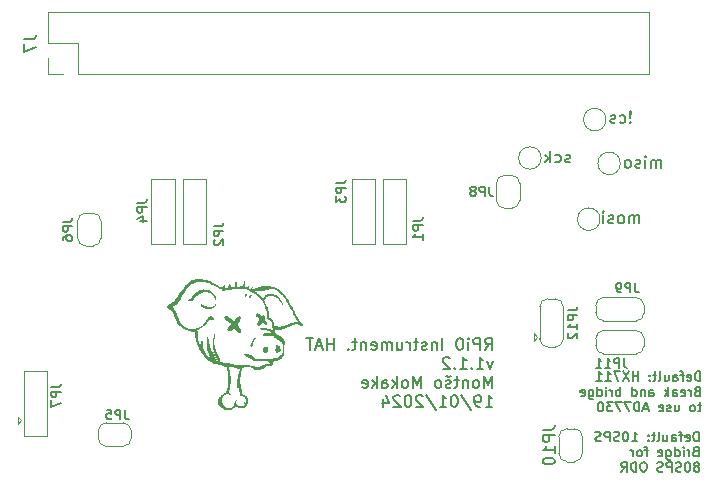
<source format=gbr>
%TF.GenerationSoftware,KiCad,Pcbnew,7.0.5*%
%TF.CreationDate,2024-01-24T13:57:34+02:00*%
%TF.ProjectId,Pi HAT,50692048-4154-42e6-9b69-6361645f7063,1.1.2*%
%TF.SameCoordinates,Original*%
%TF.FileFunction,Legend,Bot*%
%TF.FilePolarity,Positive*%
%FSLAX46Y46*%
G04 Gerber Fmt 4.6, Leading zero omitted, Abs format (unit mm)*
G04 Created by KiCad (PCBNEW 7.0.5) date 2024-01-24 13:57:34*
%MOMM*%
%LPD*%
G01*
G04 APERTURE LIST*
G04 Aperture macros list*
%AMFreePoly0*
4,1,19,0.550000,-0.750000,0.000000,-0.750000,0.000000,-0.744911,-0.071157,-0.744911,-0.207708,-0.704816,-0.327430,-0.627875,-0.420627,-0.520320,-0.479746,-0.390866,-0.500000,-0.250000,-0.500000,0.250000,-0.479746,0.390866,-0.420627,0.520320,-0.327430,0.627875,-0.207708,0.704816,-0.071157,0.744911,0.000000,0.744911,0.000000,0.750000,0.550000,0.750000,0.550000,-0.750000,0.550000,-0.750000,
$1*%
%AMFreePoly1*
4,1,19,0.000000,0.744911,0.071157,0.744911,0.207708,0.704816,0.327430,0.627875,0.420627,0.520320,0.479746,0.390866,0.500000,0.250000,0.500000,-0.250000,0.479746,-0.390866,0.420627,-0.520320,0.327430,-0.627875,0.207708,-0.704816,0.071157,-0.744911,0.000000,-0.744911,0.000000,-0.750000,-0.550000,-0.750000,-0.550000,0.750000,0.000000,0.750000,0.000000,0.744911,0.000000,0.744911,
$1*%
%AMFreePoly2*
4,1,19,0.500000,-0.750000,0.000000,-0.750000,0.000000,-0.744911,-0.071157,-0.744911,-0.207708,-0.704816,-0.327430,-0.627875,-0.420627,-0.520320,-0.479746,-0.390866,-0.500000,-0.250000,-0.500000,0.250000,-0.479746,0.390866,-0.420627,0.520320,-0.327430,0.627875,-0.207708,0.704816,-0.071157,0.744911,0.000000,0.744911,0.000000,0.750000,0.500000,0.750000,0.500000,-0.750000,0.500000,-0.750000,
$1*%
%AMFreePoly3*
4,1,19,0.000000,0.744911,0.071157,0.744911,0.207708,0.704816,0.327430,0.627875,0.420627,0.520320,0.479746,0.390866,0.500000,0.250000,0.500000,-0.250000,0.479746,-0.390866,0.420627,-0.520320,0.327430,-0.627875,0.207708,-0.704816,0.071157,-0.744911,0.000000,-0.744911,0.000000,-0.750000,-0.500000,-0.750000,-0.500000,0.750000,0.000000,0.750000,0.000000,0.744911,0.000000,0.744911,
$1*%
%AMFreePoly4*
4,1,6,1.000000,0.000000,0.500000,-0.750000,-0.500000,-0.750000,-0.500000,0.750000,0.500000,0.750000,1.000000,0.000000,1.000000,0.000000,$1*%
G04 Aperture macros list end*
%ADD10C,0.150000*%
%ADD11C,0.200000*%
%ADD12C,0.120000*%
%ADD13C,2.700000*%
%ADD14R,2.400000X2.400000*%
%ADD15C,2.400000*%
%ADD16R,1.700000X1.700000*%
%ADD17O,1.700000X1.700000*%
%ADD18C,3.000000*%
%ADD19C,2.500000*%
%ADD20FreePoly0,90.000000*%
%ADD21R,1.500000X1.000000*%
%ADD22FreePoly1,90.000000*%
%ADD23C,1.500000*%
%ADD24FreePoly2,270.000000*%
%ADD25FreePoly3,270.000000*%
%ADD26R,1.500000X1.500000*%
%ADD27FreePoly4,270.000000*%
%ADD28FreePoly4,90.000000*%
%ADD29FreePoly2,0.000000*%
%ADD30FreePoly3,0.000000*%
%ADD31FreePoly0,180.000000*%
%ADD32R,1.000000X1.500000*%
%ADD33FreePoly1,180.000000*%
G04 APERTURE END LIST*
D10*
X179710839Y-128268295D02*
X179710839Y-127468295D01*
X179710839Y-127468295D02*
X179520363Y-127468295D01*
X179520363Y-127468295D02*
X179406077Y-127506390D01*
X179406077Y-127506390D02*
X179329887Y-127582580D01*
X179329887Y-127582580D02*
X179291792Y-127658771D01*
X179291792Y-127658771D02*
X179253696Y-127811152D01*
X179253696Y-127811152D02*
X179253696Y-127925438D01*
X179253696Y-127925438D02*
X179291792Y-128077819D01*
X179291792Y-128077819D02*
X179329887Y-128154009D01*
X179329887Y-128154009D02*
X179406077Y-128230200D01*
X179406077Y-128230200D02*
X179520363Y-128268295D01*
X179520363Y-128268295D02*
X179710839Y-128268295D01*
X178606077Y-128230200D02*
X178682268Y-128268295D01*
X178682268Y-128268295D02*
X178834649Y-128268295D01*
X178834649Y-128268295D02*
X178910839Y-128230200D01*
X178910839Y-128230200D02*
X178948935Y-128154009D01*
X178948935Y-128154009D02*
X178948935Y-127849247D01*
X178948935Y-127849247D02*
X178910839Y-127773057D01*
X178910839Y-127773057D02*
X178834649Y-127734961D01*
X178834649Y-127734961D02*
X178682268Y-127734961D01*
X178682268Y-127734961D02*
X178606077Y-127773057D01*
X178606077Y-127773057D02*
X178567982Y-127849247D01*
X178567982Y-127849247D02*
X178567982Y-127925438D01*
X178567982Y-127925438D02*
X178948935Y-128001628D01*
X178339411Y-127734961D02*
X178034649Y-127734961D01*
X178225125Y-128268295D02*
X178225125Y-127582580D01*
X178225125Y-127582580D02*
X178187030Y-127506390D01*
X178187030Y-127506390D02*
X178110840Y-127468295D01*
X178110840Y-127468295D02*
X178034649Y-127468295D01*
X177425125Y-128268295D02*
X177425125Y-127849247D01*
X177425125Y-127849247D02*
X177463220Y-127773057D01*
X177463220Y-127773057D02*
X177539411Y-127734961D01*
X177539411Y-127734961D02*
X177691792Y-127734961D01*
X177691792Y-127734961D02*
X177767982Y-127773057D01*
X177425125Y-128230200D02*
X177501316Y-128268295D01*
X177501316Y-128268295D02*
X177691792Y-128268295D01*
X177691792Y-128268295D02*
X177767982Y-128230200D01*
X177767982Y-128230200D02*
X177806078Y-128154009D01*
X177806078Y-128154009D02*
X177806078Y-128077819D01*
X177806078Y-128077819D02*
X177767982Y-128001628D01*
X177767982Y-128001628D02*
X177691792Y-127963533D01*
X177691792Y-127963533D02*
X177501316Y-127963533D01*
X177501316Y-127963533D02*
X177425125Y-127925438D01*
X176701315Y-127734961D02*
X176701315Y-128268295D01*
X177044172Y-127734961D02*
X177044172Y-128154009D01*
X177044172Y-128154009D02*
X177006077Y-128230200D01*
X177006077Y-128230200D02*
X176929887Y-128268295D01*
X176929887Y-128268295D02*
X176815601Y-128268295D01*
X176815601Y-128268295D02*
X176739410Y-128230200D01*
X176739410Y-128230200D02*
X176701315Y-128192104D01*
X176206077Y-128268295D02*
X176282267Y-128230200D01*
X176282267Y-128230200D02*
X176320362Y-128154009D01*
X176320362Y-128154009D02*
X176320362Y-127468295D01*
X176015600Y-127734961D02*
X175710838Y-127734961D01*
X175901314Y-127468295D02*
X175901314Y-128154009D01*
X175901314Y-128154009D02*
X175863219Y-128230200D01*
X175863219Y-128230200D02*
X175787029Y-128268295D01*
X175787029Y-128268295D02*
X175710838Y-128268295D01*
X175444171Y-128192104D02*
X175406076Y-128230200D01*
X175406076Y-128230200D02*
X175444171Y-128268295D01*
X175444171Y-128268295D02*
X175482267Y-128230200D01*
X175482267Y-128230200D02*
X175444171Y-128192104D01*
X175444171Y-128192104D02*
X175444171Y-128268295D01*
X175444171Y-127773057D02*
X175406076Y-127811152D01*
X175406076Y-127811152D02*
X175444171Y-127849247D01*
X175444171Y-127849247D02*
X175482267Y-127811152D01*
X175482267Y-127811152D02*
X175444171Y-127773057D01*
X175444171Y-127773057D02*
X175444171Y-127849247D01*
X174034648Y-128268295D02*
X174491791Y-128268295D01*
X174263219Y-128268295D02*
X174263219Y-127468295D01*
X174263219Y-127468295D02*
X174339410Y-127582580D01*
X174339410Y-127582580D02*
X174415600Y-127658771D01*
X174415600Y-127658771D02*
X174491791Y-127696866D01*
X173539409Y-127468295D02*
X173463219Y-127468295D01*
X173463219Y-127468295D02*
X173387028Y-127506390D01*
X173387028Y-127506390D02*
X173348933Y-127544485D01*
X173348933Y-127544485D02*
X173310838Y-127620676D01*
X173310838Y-127620676D02*
X173272743Y-127773057D01*
X173272743Y-127773057D02*
X173272743Y-127963533D01*
X173272743Y-127963533D02*
X173310838Y-128115914D01*
X173310838Y-128115914D02*
X173348933Y-128192104D01*
X173348933Y-128192104D02*
X173387028Y-128230200D01*
X173387028Y-128230200D02*
X173463219Y-128268295D01*
X173463219Y-128268295D02*
X173539409Y-128268295D01*
X173539409Y-128268295D02*
X173615600Y-128230200D01*
X173615600Y-128230200D02*
X173653695Y-128192104D01*
X173653695Y-128192104D02*
X173691790Y-128115914D01*
X173691790Y-128115914D02*
X173729886Y-127963533D01*
X173729886Y-127963533D02*
X173729886Y-127773057D01*
X173729886Y-127773057D02*
X173691790Y-127620676D01*
X173691790Y-127620676D02*
X173653695Y-127544485D01*
X173653695Y-127544485D02*
X173615600Y-127506390D01*
X173615600Y-127506390D02*
X173539409Y-127468295D01*
X172967981Y-128230200D02*
X172853695Y-128268295D01*
X172853695Y-128268295D02*
X172663219Y-128268295D01*
X172663219Y-128268295D02*
X172587028Y-128230200D01*
X172587028Y-128230200D02*
X172548933Y-128192104D01*
X172548933Y-128192104D02*
X172510838Y-128115914D01*
X172510838Y-128115914D02*
X172510838Y-128039723D01*
X172510838Y-128039723D02*
X172548933Y-127963533D01*
X172548933Y-127963533D02*
X172587028Y-127925438D01*
X172587028Y-127925438D02*
X172663219Y-127887342D01*
X172663219Y-127887342D02*
X172815600Y-127849247D01*
X172815600Y-127849247D02*
X172891790Y-127811152D01*
X172891790Y-127811152D02*
X172929885Y-127773057D01*
X172929885Y-127773057D02*
X172967981Y-127696866D01*
X172967981Y-127696866D02*
X172967981Y-127620676D01*
X172967981Y-127620676D02*
X172929885Y-127544485D01*
X172929885Y-127544485D02*
X172891790Y-127506390D01*
X172891790Y-127506390D02*
X172815600Y-127468295D01*
X172815600Y-127468295D02*
X172625123Y-127468295D01*
X172625123Y-127468295D02*
X172510838Y-127506390D01*
X172167980Y-128268295D02*
X172167980Y-127468295D01*
X172167980Y-127468295D02*
X171863218Y-127468295D01*
X171863218Y-127468295D02*
X171787028Y-127506390D01*
X171787028Y-127506390D02*
X171748933Y-127544485D01*
X171748933Y-127544485D02*
X171710837Y-127620676D01*
X171710837Y-127620676D02*
X171710837Y-127734961D01*
X171710837Y-127734961D02*
X171748933Y-127811152D01*
X171748933Y-127811152D02*
X171787028Y-127849247D01*
X171787028Y-127849247D02*
X171863218Y-127887342D01*
X171863218Y-127887342D02*
X172167980Y-127887342D01*
X171406076Y-128230200D02*
X171291790Y-128268295D01*
X171291790Y-128268295D02*
X171101314Y-128268295D01*
X171101314Y-128268295D02*
X171025123Y-128230200D01*
X171025123Y-128230200D02*
X170987028Y-128192104D01*
X170987028Y-128192104D02*
X170948933Y-128115914D01*
X170948933Y-128115914D02*
X170948933Y-128039723D01*
X170948933Y-128039723D02*
X170987028Y-127963533D01*
X170987028Y-127963533D02*
X171025123Y-127925438D01*
X171025123Y-127925438D02*
X171101314Y-127887342D01*
X171101314Y-127887342D02*
X171253695Y-127849247D01*
X171253695Y-127849247D02*
X171329885Y-127811152D01*
X171329885Y-127811152D02*
X171367980Y-127773057D01*
X171367980Y-127773057D02*
X171406076Y-127696866D01*
X171406076Y-127696866D02*
X171406076Y-127620676D01*
X171406076Y-127620676D02*
X171367980Y-127544485D01*
X171367980Y-127544485D02*
X171329885Y-127506390D01*
X171329885Y-127506390D02*
X171253695Y-127468295D01*
X171253695Y-127468295D02*
X171063218Y-127468295D01*
X171063218Y-127468295D02*
X170948933Y-127506390D01*
X179444173Y-129137247D02*
X179329887Y-129175342D01*
X179329887Y-129175342D02*
X179291792Y-129213438D01*
X179291792Y-129213438D02*
X179253696Y-129289628D01*
X179253696Y-129289628D02*
X179253696Y-129403914D01*
X179253696Y-129403914D02*
X179291792Y-129480104D01*
X179291792Y-129480104D02*
X179329887Y-129518200D01*
X179329887Y-129518200D02*
X179406077Y-129556295D01*
X179406077Y-129556295D02*
X179710839Y-129556295D01*
X179710839Y-129556295D02*
X179710839Y-128756295D01*
X179710839Y-128756295D02*
X179444173Y-128756295D01*
X179444173Y-128756295D02*
X179367982Y-128794390D01*
X179367982Y-128794390D02*
X179329887Y-128832485D01*
X179329887Y-128832485D02*
X179291792Y-128908676D01*
X179291792Y-128908676D02*
X179291792Y-128984866D01*
X179291792Y-128984866D02*
X179329887Y-129061057D01*
X179329887Y-129061057D02*
X179367982Y-129099152D01*
X179367982Y-129099152D02*
X179444173Y-129137247D01*
X179444173Y-129137247D02*
X179710839Y-129137247D01*
X178910839Y-129556295D02*
X178910839Y-129022961D01*
X178910839Y-129175342D02*
X178872744Y-129099152D01*
X178872744Y-129099152D02*
X178834649Y-129061057D01*
X178834649Y-129061057D02*
X178758458Y-129022961D01*
X178758458Y-129022961D02*
X178682268Y-129022961D01*
X178415601Y-129556295D02*
X178415601Y-129022961D01*
X178415601Y-128756295D02*
X178453697Y-128794390D01*
X178453697Y-128794390D02*
X178415601Y-128832485D01*
X178415601Y-128832485D02*
X178377506Y-128794390D01*
X178377506Y-128794390D02*
X178415601Y-128756295D01*
X178415601Y-128756295D02*
X178415601Y-128832485D01*
X177691792Y-129556295D02*
X177691792Y-128756295D01*
X177691792Y-129518200D02*
X177767983Y-129556295D01*
X177767983Y-129556295D02*
X177920364Y-129556295D01*
X177920364Y-129556295D02*
X177996554Y-129518200D01*
X177996554Y-129518200D02*
X178034649Y-129480104D01*
X178034649Y-129480104D02*
X178072745Y-129403914D01*
X178072745Y-129403914D02*
X178072745Y-129175342D01*
X178072745Y-129175342D02*
X178034649Y-129099152D01*
X178034649Y-129099152D02*
X177996554Y-129061057D01*
X177996554Y-129061057D02*
X177920364Y-129022961D01*
X177920364Y-129022961D02*
X177767983Y-129022961D01*
X177767983Y-129022961D02*
X177691792Y-129061057D01*
X176967982Y-129022961D02*
X176967982Y-129670580D01*
X176967982Y-129670580D02*
X177006077Y-129746771D01*
X177006077Y-129746771D02*
X177044173Y-129784866D01*
X177044173Y-129784866D02*
X177120363Y-129822961D01*
X177120363Y-129822961D02*
X177234649Y-129822961D01*
X177234649Y-129822961D02*
X177310839Y-129784866D01*
X176967982Y-129518200D02*
X177044173Y-129556295D01*
X177044173Y-129556295D02*
X177196554Y-129556295D01*
X177196554Y-129556295D02*
X177272744Y-129518200D01*
X177272744Y-129518200D02*
X177310839Y-129480104D01*
X177310839Y-129480104D02*
X177348935Y-129403914D01*
X177348935Y-129403914D02*
X177348935Y-129175342D01*
X177348935Y-129175342D02*
X177310839Y-129099152D01*
X177310839Y-129099152D02*
X177272744Y-129061057D01*
X177272744Y-129061057D02*
X177196554Y-129022961D01*
X177196554Y-129022961D02*
X177044173Y-129022961D01*
X177044173Y-129022961D02*
X176967982Y-129061057D01*
X176282267Y-129518200D02*
X176358458Y-129556295D01*
X176358458Y-129556295D02*
X176510839Y-129556295D01*
X176510839Y-129556295D02*
X176587029Y-129518200D01*
X176587029Y-129518200D02*
X176625125Y-129442009D01*
X176625125Y-129442009D02*
X176625125Y-129137247D01*
X176625125Y-129137247D02*
X176587029Y-129061057D01*
X176587029Y-129061057D02*
X176510839Y-129022961D01*
X176510839Y-129022961D02*
X176358458Y-129022961D01*
X176358458Y-129022961D02*
X176282267Y-129061057D01*
X176282267Y-129061057D02*
X176244172Y-129137247D01*
X176244172Y-129137247D02*
X176244172Y-129213438D01*
X176244172Y-129213438D02*
X176625125Y-129289628D01*
X175406077Y-129022961D02*
X175101315Y-129022961D01*
X175291791Y-129556295D02*
X175291791Y-128870580D01*
X175291791Y-128870580D02*
X175253696Y-128794390D01*
X175253696Y-128794390D02*
X175177506Y-128756295D01*
X175177506Y-128756295D02*
X175101315Y-128756295D01*
X174720363Y-129556295D02*
X174796553Y-129518200D01*
X174796553Y-129518200D02*
X174834648Y-129480104D01*
X174834648Y-129480104D02*
X174872744Y-129403914D01*
X174872744Y-129403914D02*
X174872744Y-129175342D01*
X174872744Y-129175342D02*
X174834648Y-129099152D01*
X174834648Y-129099152D02*
X174796553Y-129061057D01*
X174796553Y-129061057D02*
X174720363Y-129022961D01*
X174720363Y-129022961D02*
X174606077Y-129022961D01*
X174606077Y-129022961D02*
X174529886Y-129061057D01*
X174529886Y-129061057D02*
X174491791Y-129099152D01*
X174491791Y-129099152D02*
X174453696Y-129175342D01*
X174453696Y-129175342D02*
X174453696Y-129403914D01*
X174453696Y-129403914D02*
X174491791Y-129480104D01*
X174491791Y-129480104D02*
X174529886Y-129518200D01*
X174529886Y-129518200D02*
X174606077Y-129556295D01*
X174606077Y-129556295D02*
X174720363Y-129556295D01*
X174110838Y-129556295D02*
X174110838Y-129022961D01*
X174110838Y-129175342D02*
X174072743Y-129099152D01*
X174072743Y-129099152D02*
X174034648Y-129061057D01*
X174034648Y-129061057D02*
X173958457Y-129022961D01*
X173958457Y-129022961D02*
X173882267Y-129022961D01*
X179596554Y-130387152D02*
X179672744Y-130349057D01*
X179672744Y-130349057D02*
X179710839Y-130310961D01*
X179710839Y-130310961D02*
X179748935Y-130234771D01*
X179748935Y-130234771D02*
X179748935Y-130196676D01*
X179748935Y-130196676D02*
X179710839Y-130120485D01*
X179710839Y-130120485D02*
X179672744Y-130082390D01*
X179672744Y-130082390D02*
X179596554Y-130044295D01*
X179596554Y-130044295D02*
X179444173Y-130044295D01*
X179444173Y-130044295D02*
X179367982Y-130082390D01*
X179367982Y-130082390D02*
X179329887Y-130120485D01*
X179329887Y-130120485D02*
X179291792Y-130196676D01*
X179291792Y-130196676D02*
X179291792Y-130234771D01*
X179291792Y-130234771D02*
X179329887Y-130310961D01*
X179329887Y-130310961D02*
X179367982Y-130349057D01*
X179367982Y-130349057D02*
X179444173Y-130387152D01*
X179444173Y-130387152D02*
X179596554Y-130387152D01*
X179596554Y-130387152D02*
X179672744Y-130425247D01*
X179672744Y-130425247D02*
X179710839Y-130463342D01*
X179710839Y-130463342D02*
X179748935Y-130539533D01*
X179748935Y-130539533D02*
X179748935Y-130691914D01*
X179748935Y-130691914D02*
X179710839Y-130768104D01*
X179710839Y-130768104D02*
X179672744Y-130806200D01*
X179672744Y-130806200D02*
X179596554Y-130844295D01*
X179596554Y-130844295D02*
X179444173Y-130844295D01*
X179444173Y-130844295D02*
X179367982Y-130806200D01*
X179367982Y-130806200D02*
X179329887Y-130768104D01*
X179329887Y-130768104D02*
X179291792Y-130691914D01*
X179291792Y-130691914D02*
X179291792Y-130539533D01*
X179291792Y-130539533D02*
X179329887Y-130463342D01*
X179329887Y-130463342D02*
X179367982Y-130425247D01*
X179367982Y-130425247D02*
X179444173Y-130387152D01*
X178796553Y-130044295D02*
X178720363Y-130044295D01*
X178720363Y-130044295D02*
X178644172Y-130082390D01*
X178644172Y-130082390D02*
X178606077Y-130120485D01*
X178606077Y-130120485D02*
X178567982Y-130196676D01*
X178567982Y-130196676D02*
X178529887Y-130349057D01*
X178529887Y-130349057D02*
X178529887Y-130539533D01*
X178529887Y-130539533D02*
X178567982Y-130691914D01*
X178567982Y-130691914D02*
X178606077Y-130768104D01*
X178606077Y-130768104D02*
X178644172Y-130806200D01*
X178644172Y-130806200D02*
X178720363Y-130844295D01*
X178720363Y-130844295D02*
X178796553Y-130844295D01*
X178796553Y-130844295D02*
X178872744Y-130806200D01*
X178872744Y-130806200D02*
X178910839Y-130768104D01*
X178910839Y-130768104D02*
X178948934Y-130691914D01*
X178948934Y-130691914D02*
X178987030Y-130539533D01*
X178987030Y-130539533D02*
X178987030Y-130349057D01*
X178987030Y-130349057D02*
X178948934Y-130196676D01*
X178948934Y-130196676D02*
X178910839Y-130120485D01*
X178910839Y-130120485D02*
X178872744Y-130082390D01*
X178872744Y-130082390D02*
X178796553Y-130044295D01*
X178225125Y-130806200D02*
X178110839Y-130844295D01*
X178110839Y-130844295D02*
X177920363Y-130844295D01*
X177920363Y-130844295D02*
X177844172Y-130806200D01*
X177844172Y-130806200D02*
X177806077Y-130768104D01*
X177806077Y-130768104D02*
X177767982Y-130691914D01*
X177767982Y-130691914D02*
X177767982Y-130615723D01*
X177767982Y-130615723D02*
X177806077Y-130539533D01*
X177806077Y-130539533D02*
X177844172Y-130501438D01*
X177844172Y-130501438D02*
X177920363Y-130463342D01*
X177920363Y-130463342D02*
X178072744Y-130425247D01*
X178072744Y-130425247D02*
X178148934Y-130387152D01*
X178148934Y-130387152D02*
X178187029Y-130349057D01*
X178187029Y-130349057D02*
X178225125Y-130272866D01*
X178225125Y-130272866D02*
X178225125Y-130196676D01*
X178225125Y-130196676D02*
X178187029Y-130120485D01*
X178187029Y-130120485D02*
X178148934Y-130082390D01*
X178148934Y-130082390D02*
X178072744Y-130044295D01*
X178072744Y-130044295D02*
X177882267Y-130044295D01*
X177882267Y-130044295D02*
X177767982Y-130082390D01*
X177425124Y-130844295D02*
X177425124Y-130044295D01*
X177425124Y-130044295D02*
X177120362Y-130044295D01*
X177120362Y-130044295D02*
X177044172Y-130082390D01*
X177044172Y-130082390D02*
X177006077Y-130120485D01*
X177006077Y-130120485D02*
X176967981Y-130196676D01*
X176967981Y-130196676D02*
X176967981Y-130310961D01*
X176967981Y-130310961D02*
X177006077Y-130387152D01*
X177006077Y-130387152D02*
X177044172Y-130425247D01*
X177044172Y-130425247D02*
X177120362Y-130463342D01*
X177120362Y-130463342D02*
X177425124Y-130463342D01*
X176663220Y-130806200D02*
X176548934Y-130844295D01*
X176548934Y-130844295D02*
X176358458Y-130844295D01*
X176358458Y-130844295D02*
X176282267Y-130806200D01*
X176282267Y-130806200D02*
X176244172Y-130768104D01*
X176244172Y-130768104D02*
X176206077Y-130691914D01*
X176206077Y-130691914D02*
X176206077Y-130615723D01*
X176206077Y-130615723D02*
X176244172Y-130539533D01*
X176244172Y-130539533D02*
X176282267Y-130501438D01*
X176282267Y-130501438D02*
X176358458Y-130463342D01*
X176358458Y-130463342D02*
X176510839Y-130425247D01*
X176510839Y-130425247D02*
X176587029Y-130387152D01*
X176587029Y-130387152D02*
X176625124Y-130349057D01*
X176625124Y-130349057D02*
X176663220Y-130272866D01*
X176663220Y-130272866D02*
X176663220Y-130196676D01*
X176663220Y-130196676D02*
X176625124Y-130120485D01*
X176625124Y-130120485D02*
X176587029Y-130082390D01*
X176587029Y-130082390D02*
X176510839Y-130044295D01*
X176510839Y-130044295D02*
X176320362Y-130044295D01*
X176320362Y-130044295D02*
X176206077Y-130082390D01*
X175101314Y-130044295D02*
X174948933Y-130044295D01*
X174948933Y-130044295D02*
X174872743Y-130082390D01*
X174872743Y-130082390D02*
X174796552Y-130158580D01*
X174796552Y-130158580D02*
X174758457Y-130310961D01*
X174758457Y-130310961D02*
X174758457Y-130577628D01*
X174758457Y-130577628D02*
X174796552Y-130730009D01*
X174796552Y-130730009D02*
X174872743Y-130806200D01*
X174872743Y-130806200D02*
X174948933Y-130844295D01*
X174948933Y-130844295D02*
X175101314Y-130844295D01*
X175101314Y-130844295D02*
X175177505Y-130806200D01*
X175177505Y-130806200D02*
X175253695Y-130730009D01*
X175253695Y-130730009D02*
X175291791Y-130577628D01*
X175291791Y-130577628D02*
X175291791Y-130310961D01*
X175291791Y-130310961D02*
X175253695Y-130158580D01*
X175253695Y-130158580D02*
X175177505Y-130082390D01*
X175177505Y-130082390D02*
X175101314Y-130044295D01*
X174415600Y-130844295D02*
X174415600Y-130044295D01*
X174415600Y-130044295D02*
X174225124Y-130044295D01*
X174225124Y-130044295D02*
X174110838Y-130082390D01*
X174110838Y-130082390D02*
X174034648Y-130158580D01*
X174034648Y-130158580D02*
X173996553Y-130234771D01*
X173996553Y-130234771D02*
X173958457Y-130387152D01*
X173958457Y-130387152D02*
X173958457Y-130501438D01*
X173958457Y-130501438D02*
X173996553Y-130653819D01*
X173996553Y-130653819D02*
X174034648Y-130730009D01*
X174034648Y-130730009D02*
X174110838Y-130806200D01*
X174110838Y-130806200D02*
X174225124Y-130844295D01*
X174225124Y-130844295D02*
X174415600Y-130844295D01*
X173158457Y-130844295D02*
X173425124Y-130463342D01*
X173615600Y-130844295D02*
X173615600Y-130044295D01*
X173615600Y-130044295D02*
X173310838Y-130044295D01*
X173310838Y-130044295D02*
X173234648Y-130082390D01*
X173234648Y-130082390D02*
X173196553Y-130120485D01*
X173196553Y-130120485D02*
X173158457Y-130196676D01*
X173158457Y-130196676D02*
X173158457Y-130310961D01*
X173158457Y-130310961D02*
X173196553Y-130387152D01*
X173196553Y-130387152D02*
X173234648Y-130425247D01*
X173234648Y-130425247D02*
X173310838Y-130463342D01*
X173310838Y-130463342D02*
X173615600Y-130463342D01*
X179810839Y-123168295D02*
X179810839Y-122368295D01*
X179810839Y-122368295D02*
X179620363Y-122368295D01*
X179620363Y-122368295D02*
X179506077Y-122406390D01*
X179506077Y-122406390D02*
X179429887Y-122482580D01*
X179429887Y-122482580D02*
X179391792Y-122558771D01*
X179391792Y-122558771D02*
X179353696Y-122711152D01*
X179353696Y-122711152D02*
X179353696Y-122825438D01*
X179353696Y-122825438D02*
X179391792Y-122977819D01*
X179391792Y-122977819D02*
X179429887Y-123054009D01*
X179429887Y-123054009D02*
X179506077Y-123130200D01*
X179506077Y-123130200D02*
X179620363Y-123168295D01*
X179620363Y-123168295D02*
X179810839Y-123168295D01*
X178706077Y-123130200D02*
X178782268Y-123168295D01*
X178782268Y-123168295D02*
X178934649Y-123168295D01*
X178934649Y-123168295D02*
X179010839Y-123130200D01*
X179010839Y-123130200D02*
X179048935Y-123054009D01*
X179048935Y-123054009D02*
X179048935Y-122749247D01*
X179048935Y-122749247D02*
X179010839Y-122673057D01*
X179010839Y-122673057D02*
X178934649Y-122634961D01*
X178934649Y-122634961D02*
X178782268Y-122634961D01*
X178782268Y-122634961D02*
X178706077Y-122673057D01*
X178706077Y-122673057D02*
X178667982Y-122749247D01*
X178667982Y-122749247D02*
X178667982Y-122825438D01*
X178667982Y-122825438D02*
X179048935Y-122901628D01*
X178439411Y-122634961D02*
X178134649Y-122634961D01*
X178325125Y-123168295D02*
X178325125Y-122482580D01*
X178325125Y-122482580D02*
X178287030Y-122406390D01*
X178287030Y-122406390D02*
X178210840Y-122368295D01*
X178210840Y-122368295D02*
X178134649Y-122368295D01*
X177525125Y-123168295D02*
X177525125Y-122749247D01*
X177525125Y-122749247D02*
X177563220Y-122673057D01*
X177563220Y-122673057D02*
X177639411Y-122634961D01*
X177639411Y-122634961D02*
X177791792Y-122634961D01*
X177791792Y-122634961D02*
X177867982Y-122673057D01*
X177525125Y-123130200D02*
X177601316Y-123168295D01*
X177601316Y-123168295D02*
X177791792Y-123168295D01*
X177791792Y-123168295D02*
X177867982Y-123130200D01*
X177867982Y-123130200D02*
X177906078Y-123054009D01*
X177906078Y-123054009D02*
X177906078Y-122977819D01*
X177906078Y-122977819D02*
X177867982Y-122901628D01*
X177867982Y-122901628D02*
X177791792Y-122863533D01*
X177791792Y-122863533D02*
X177601316Y-122863533D01*
X177601316Y-122863533D02*
X177525125Y-122825438D01*
X176801315Y-122634961D02*
X176801315Y-123168295D01*
X177144172Y-122634961D02*
X177144172Y-123054009D01*
X177144172Y-123054009D02*
X177106077Y-123130200D01*
X177106077Y-123130200D02*
X177029887Y-123168295D01*
X177029887Y-123168295D02*
X176915601Y-123168295D01*
X176915601Y-123168295D02*
X176839410Y-123130200D01*
X176839410Y-123130200D02*
X176801315Y-123092104D01*
X176306077Y-123168295D02*
X176382267Y-123130200D01*
X176382267Y-123130200D02*
X176420362Y-123054009D01*
X176420362Y-123054009D02*
X176420362Y-122368295D01*
X176115600Y-122634961D02*
X175810838Y-122634961D01*
X176001314Y-122368295D02*
X176001314Y-123054009D01*
X176001314Y-123054009D02*
X175963219Y-123130200D01*
X175963219Y-123130200D02*
X175887029Y-123168295D01*
X175887029Y-123168295D02*
X175810838Y-123168295D01*
X175544171Y-123092104D02*
X175506076Y-123130200D01*
X175506076Y-123130200D02*
X175544171Y-123168295D01*
X175544171Y-123168295D02*
X175582267Y-123130200D01*
X175582267Y-123130200D02*
X175544171Y-123092104D01*
X175544171Y-123092104D02*
X175544171Y-123168295D01*
X175544171Y-122673057D02*
X175506076Y-122711152D01*
X175506076Y-122711152D02*
X175544171Y-122749247D01*
X175544171Y-122749247D02*
X175582267Y-122711152D01*
X175582267Y-122711152D02*
X175544171Y-122673057D01*
X175544171Y-122673057D02*
X175544171Y-122749247D01*
X174553695Y-123168295D02*
X174553695Y-122368295D01*
X174553695Y-122749247D02*
X174096552Y-122749247D01*
X174096552Y-123168295D02*
X174096552Y-122368295D01*
X173791791Y-122368295D02*
X173258457Y-123168295D01*
X173258457Y-122368295D02*
X173791791Y-123168295D01*
X173029886Y-122368295D02*
X172496552Y-122368295D01*
X172496552Y-122368295D02*
X172839410Y-123168295D01*
X171772743Y-123168295D02*
X172229886Y-123168295D01*
X172001314Y-123168295D02*
X172001314Y-122368295D01*
X172001314Y-122368295D02*
X172077505Y-122482580D01*
X172077505Y-122482580D02*
X172153695Y-122558771D01*
X172153695Y-122558771D02*
X172229886Y-122596866D01*
X171010838Y-123168295D02*
X171467981Y-123168295D01*
X171239409Y-123168295D02*
X171239409Y-122368295D01*
X171239409Y-122368295D02*
X171315600Y-122482580D01*
X171315600Y-122482580D02*
X171391790Y-122558771D01*
X171391790Y-122558771D02*
X171467981Y-122596866D01*
X179544173Y-124037247D02*
X179429887Y-124075342D01*
X179429887Y-124075342D02*
X179391792Y-124113438D01*
X179391792Y-124113438D02*
X179353696Y-124189628D01*
X179353696Y-124189628D02*
X179353696Y-124303914D01*
X179353696Y-124303914D02*
X179391792Y-124380104D01*
X179391792Y-124380104D02*
X179429887Y-124418200D01*
X179429887Y-124418200D02*
X179506077Y-124456295D01*
X179506077Y-124456295D02*
X179810839Y-124456295D01*
X179810839Y-124456295D02*
X179810839Y-123656295D01*
X179810839Y-123656295D02*
X179544173Y-123656295D01*
X179544173Y-123656295D02*
X179467982Y-123694390D01*
X179467982Y-123694390D02*
X179429887Y-123732485D01*
X179429887Y-123732485D02*
X179391792Y-123808676D01*
X179391792Y-123808676D02*
X179391792Y-123884866D01*
X179391792Y-123884866D02*
X179429887Y-123961057D01*
X179429887Y-123961057D02*
X179467982Y-123999152D01*
X179467982Y-123999152D02*
X179544173Y-124037247D01*
X179544173Y-124037247D02*
X179810839Y-124037247D01*
X179010839Y-124456295D02*
X179010839Y-123922961D01*
X179010839Y-124075342D02*
X178972744Y-123999152D01*
X178972744Y-123999152D02*
X178934649Y-123961057D01*
X178934649Y-123961057D02*
X178858458Y-123922961D01*
X178858458Y-123922961D02*
X178782268Y-123922961D01*
X178210839Y-124418200D02*
X178287030Y-124456295D01*
X178287030Y-124456295D02*
X178439411Y-124456295D01*
X178439411Y-124456295D02*
X178515601Y-124418200D01*
X178515601Y-124418200D02*
X178553697Y-124342009D01*
X178553697Y-124342009D02*
X178553697Y-124037247D01*
X178553697Y-124037247D02*
X178515601Y-123961057D01*
X178515601Y-123961057D02*
X178439411Y-123922961D01*
X178439411Y-123922961D02*
X178287030Y-123922961D01*
X178287030Y-123922961D02*
X178210839Y-123961057D01*
X178210839Y-123961057D02*
X178172744Y-124037247D01*
X178172744Y-124037247D02*
X178172744Y-124113438D01*
X178172744Y-124113438D02*
X178553697Y-124189628D01*
X177487030Y-124456295D02*
X177487030Y-124037247D01*
X177487030Y-124037247D02*
X177525125Y-123961057D01*
X177525125Y-123961057D02*
X177601316Y-123922961D01*
X177601316Y-123922961D02*
X177753697Y-123922961D01*
X177753697Y-123922961D02*
X177829887Y-123961057D01*
X177487030Y-124418200D02*
X177563221Y-124456295D01*
X177563221Y-124456295D02*
X177753697Y-124456295D01*
X177753697Y-124456295D02*
X177829887Y-124418200D01*
X177829887Y-124418200D02*
X177867983Y-124342009D01*
X177867983Y-124342009D02*
X177867983Y-124265819D01*
X177867983Y-124265819D02*
X177829887Y-124189628D01*
X177829887Y-124189628D02*
X177753697Y-124151533D01*
X177753697Y-124151533D02*
X177563221Y-124151533D01*
X177563221Y-124151533D02*
X177487030Y-124113438D01*
X177106077Y-124456295D02*
X177106077Y-123656295D01*
X177029887Y-124151533D02*
X176801315Y-124456295D01*
X176801315Y-123922961D02*
X177106077Y-124227723D01*
X175506077Y-124456295D02*
X175506077Y-124037247D01*
X175506077Y-124037247D02*
X175544172Y-123961057D01*
X175544172Y-123961057D02*
X175620363Y-123922961D01*
X175620363Y-123922961D02*
X175772744Y-123922961D01*
X175772744Y-123922961D02*
X175848934Y-123961057D01*
X175506077Y-124418200D02*
X175582268Y-124456295D01*
X175582268Y-124456295D02*
X175772744Y-124456295D01*
X175772744Y-124456295D02*
X175848934Y-124418200D01*
X175848934Y-124418200D02*
X175887030Y-124342009D01*
X175887030Y-124342009D02*
X175887030Y-124265819D01*
X175887030Y-124265819D02*
X175848934Y-124189628D01*
X175848934Y-124189628D02*
X175772744Y-124151533D01*
X175772744Y-124151533D02*
X175582268Y-124151533D01*
X175582268Y-124151533D02*
X175506077Y-124113438D01*
X175125124Y-123922961D02*
X175125124Y-124456295D01*
X175125124Y-123999152D02*
X175087029Y-123961057D01*
X175087029Y-123961057D02*
X175010839Y-123922961D01*
X175010839Y-123922961D02*
X174896553Y-123922961D01*
X174896553Y-123922961D02*
X174820362Y-123961057D01*
X174820362Y-123961057D02*
X174782267Y-124037247D01*
X174782267Y-124037247D02*
X174782267Y-124456295D01*
X174058457Y-124456295D02*
X174058457Y-123656295D01*
X174058457Y-124418200D02*
X174134648Y-124456295D01*
X174134648Y-124456295D02*
X174287029Y-124456295D01*
X174287029Y-124456295D02*
X174363219Y-124418200D01*
X174363219Y-124418200D02*
X174401314Y-124380104D01*
X174401314Y-124380104D02*
X174439410Y-124303914D01*
X174439410Y-124303914D02*
X174439410Y-124075342D01*
X174439410Y-124075342D02*
X174401314Y-123999152D01*
X174401314Y-123999152D02*
X174363219Y-123961057D01*
X174363219Y-123961057D02*
X174287029Y-123922961D01*
X174287029Y-123922961D02*
X174134648Y-123922961D01*
X174134648Y-123922961D02*
X174058457Y-123961057D01*
X173067980Y-124456295D02*
X173067980Y-123656295D01*
X173067980Y-123961057D02*
X172991790Y-123922961D01*
X172991790Y-123922961D02*
X172839409Y-123922961D01*
X172839409Y-123922961D02*
X172763218Y-123961057D01*
X172763218Y-123961057D02*
X172725123Y-123999152D01*
X172725123Y-123999152D02*
X172687028Y-124075342D01*
X172687028Y-124075342D02*
X172687028Y-124303914D01*
X172687028Y-124303914D02*
X172725123Y-124380104D01*
X172725123Y-124380104D02*
X172763218Y-124418200D01*
X172763218Y-124418200D02*
X172839409Y-124456295D01*
X172839409Y-124456295D02*
X172991790Y-124456295D01*
X172991790Y-124456295D02*
X173067980Y-124418200D01*
X172344170Y-124456295D02*
X172344170Y-123922961D01*
X172344170Y-124075342D02*
X172306075Y-123999152D01*
X172306075Y-123999152D02*
X172267980Y-123961057D01*
X172267980Y-123961057D02*
X172191789Y-123922961D01*
X172191789Y-123922961D02*
X172115599Y-123922961D01*
X171848932Y-124456295D02*
X171848932Y-123922961D01*
X171848932Y-123656295D02*
X171887028Y-123694390D01*
X171887028Y-123694390D02*
X171848932Y-123732485D01*
X171848932Y-123732485D02*
X171810837Y-123694390D01*
X171810837Y-123694390D02*
X171848932Y-123656295D01*
X171848932Y-123656295D02*
X171848932Y-123732485D01*
X171125123Y-124456295D02*
X171125123Y-123656295D01*
X171125123Y-124418200D02*
X171201314Y-124456295D01*
X171201314Y-124456295D02*
X171353695Y-124456295D01*
X171353695Y-124456295D02*
X171429885Y-124418200D01*
X171429885Y-124418200D02*
X171467980Y-124380104D01*
X171467980Y-124380104D02*
X171506076Y-124303914D01*
X171506076Y-124303914D02*
X171506076Y-124075342D01*
X171506076Y-124075342D02*
X171467980Y-123999152D01*
X171467980Y-123999152D02*
X171429885Y-123961057D01*
X171429885Y-123961057D02*
X171353695Y-123922961D01*
X171353695Y-123922961D02*
X171201314Y-123922961D01*
X171201314Y-123922961D02*
X171125123Y-123961057D01*
X170401313Y-123922961D02*
X170401313Y-124570580D01*
X170401313Y-124570580D02*
X170439408Y-124646771D01*
X170439408Y-124646771D02*
X170477504Y-124684866D01*
X170477504Y-124684866D02*
X170553694Y-124722961D01*
X170553694Y-124722961D02*
X170667980Y-124722961D01*
X170667980Y-124722961D02*
X170744170Y-124684866D01*
X170401313Y-124418200D02*
X170477504Y-124456295D01*
X170477504Y-124456295D02*
X170629885Y-124456295D01*
X170629885Y-124456295D02*
X170706075Y-124418200D01*
X170706075Y-124418200D02*
X170744170Y-124380104D01*
X170744170Y-124380104D02*
X170782266Y-124303914D01*
X170782266Y-124303914D02*
X170782266Y-124075342D01*
X170782266Y-124075342D02*
X170744170Y-123999152D01*
X170744170Y-123999152D02*
X170706075Y-123961057D01*
X170706075Y-123961057D02*
X170629885Y-123922961D01*
X170629885Y-123922961D02*
X170477504Y-123922961D01*
X170477504Y-123922961D02*
X170401313Y-123961057D01*
X169715598Y-124418200D02*
X169791789Y-124456295D01*
X169791789Y-124456295D02*
X169944170Y-124456295D01*
X169944170Y-124456295D02*
X170020360Y-124418200D01*
X170020360Y-124418200D02*
X170058456Y-124342009D01*
X170058456Y-124342009D02*
X170058456Y-124037247D01*
X170058456Y-124037247D02*
X170020360Y-123961057D01*
X170020360Y-123961057D02*
X169944170Y-123922961D01*
X169944170Y-123922961D02*
X169791789Y-123922961D01*
X169791789Y-123922961D02*
X169715598Y-123961057D01*
X169715598Y-123961057D02*
X169677503Y-124037247D01*
X169677503Y-124037247D02*
X169677503Y-124113438D01*
X169677503Y-124113438D02*
X170058456Y-124189628D01*
X179925125Y-125210961D02*
X179620363Y-125210961D01*
X179810839Y-124944295D02*
X179810839Y-125630009D01*
X179810839Y-125630009D02*
X179772744Y-125706200D01*
X179772744Y-125706200D02*
X179696554Y-125744295D01*
X179696554Y-125744295D02*
X179620363Y-125744295D01*
X179239411Y-125744295D02*
X179315601Y-125706200D01*
X179315601Y-125706200D02*
X179353696Y-125668104D01*
X179353696Y-125668104D02*
X179391792Y-125591914D01*
X179391792Y-125591914D02*
X179391792Y-125363342D01*
X179391792Y-125363342D02*
X179353696Y-125287152D01*
X179353696Y-125287152D02*
X179315601Y-125249057D01*
X179315601Y-125249057D02*
X179239411Y-125210961D01*
X179239411Y-125210961D02*
X179125125Y-125210961D01*
X179125125Y-125210961D02*
X179048934Y-125249057D01*
X179048934Y-125249057D02*
X179010839Y-125287152D01*
X179010839Y-125287152D02*
X178972744Y-125363342D01*
X178972744Y-125363342D02*
X178972744Y-125591914D01*
X178972744Y-125591914D02*
X179010839Y-125668104D01*
X179010839Y-125668104D02*
X179048934Y-125706200D01*
X179048934Y-125706200D02*
X179125125Y-125744295D01*
X179125125Y-125744295D02*
X179239411Y-125744295D01*
X177677505Y-125210961D02*
X177677505Y-125744295D01*
X178020362Y-125210961D02*
X178020362Y-125630009D01*
X178020362Y-125630009D02*
X177982267Y-125706200D01*
X177982267Y-125706200D02*
X177906077Y-125744295D01*
X177906077Y-125744295D02*
X177791791Y-125744295D01*
X177791791Y-125744295D02*
X177715600Y-125706200D01*
X177715600Y-125706200D02*
X177677505Y-125668104D01*
X177334648Y-125706200D02*
X177258457Y-125744295D01*
X177258457Y-125744295D02*
X177106076Y-125744295D01*
X177106076Y-125744295D02*
X177029886Y-125706200D01*
X177029886Y-125706200D02*
X176991790Y-125630009D01*
X176991790Y-125630009D02*
X176991790Y-125591914D01*
X176991790Y-125591914D02*
X177029886Y-125515723D01*
X177029886Y-125515723D02*
X177106076Y-125477628D01*
X177106076Y-125477628D02*
X177220362Y-125477628D01*
X177220362Y-125477628D02*
X177296552Y-125439533D01*
X177296552Y-125439533D02*
X177334648Y-125363342D01*
X177334648Y-125363342D02*
X177334648Y-125325247D01*
X177334648Y-125325247D02*
X177296552Y-125249057D01*
X177296552Y-125249057D02*
X177220362Y-125210961D01*
X177220362Y-125210961D02*
X177106076Y-125210961D01*
X177106076Y-125210961D02*
X177029886Y-125249057D01*
X176344171Y-125706200D02*
X176420362Y-125744295D01*
X176420362Y-125744295D02*
X176572743Y-125744295D01*
X176572743Y-125744295D02*
X176648933Y-125706200D01*
X176648933Y-125706200D02*
X176687029Y-125630009D01*
X176687029Y-125630009D02*
X176687029Y-125325247D01*
X176687029Y-125325247D02*
X176648933Y-125249057D01*
X176648933Y-125249057D02*
X176572743Y-125210961D01*
X176572743Y-125210961D02*
X176420362Y-125210961D01*
X176420362Y-125210961D02*
X176344171Y-125249057D01*
X176344171Y-125249057D02*
X176306076Y-125325247D01*
X176306076Y-125325247D02*
X176306076Y-125401438D01*
X176306076Y-125401438D02*
X176687029Y-125477628D01*
X175391791Y-125515723D02*
X175010838Y-125515723D01*
X175467981Y-125744295D02*
X175201314Y-124944295D01*
X175201314Y-124944295D02*
X174934648Y-125744295D01*
X174667981Y-125744295D02*
X174667981Y-124944295D01*
X174667981Y-124944295D02*
X174477505Y-124944295D01*
X174477505Y-124944295D02*
X174363219Y-124982390D01*
X174363219Y-124982390D02*
X174287029Y-125058580D01*
X174287029Y-125058580D02*
X174248934Y-125134771D01*
X174248934Y-125134771D02*
X174210838Y-125287152D01*
X174210838Y-125287152D02*
X174210838Y-125401438D01*
X174210838Y-125401438D02*
X174248934Y-125553819D01*
X174248934Y-125553819D02*
X174287029Y-125630009D01*
X174287029Y-125630009D02*
X174363219Y-125706200D01*
X174363219Y-125706200D02*
X174477505Y-125744295D01*
X174477505Y-125744295D02*
X174667981Y-125744295D01*
X173944172Y-124944295D02*
X173410838Y-124944295D01*
X173410838Y-124944295D02*
X173753696Y-125744295D01*
X173182267Y-124944295D02*
X172648933Y-124944295D01*
X172648933Y-124944295D02*
X172991791Y-125744295D01*
X172420362Y-124944295D02*
X171925124Y-124944295D01*
X171925124Y-124944295D02*
X172191790Y-125249057D01*
X172191790Y-125249057D02*
X172077505Y-125249057D01*
X172077505Y-125249057D02*
X172001314Y-125287152D01*
X172001314Y-125287152D02*
X171963219Y-125325247D01*
X171963219Y-125325247D02*
X171925124Y-125401438D01*
X171925124Y-125401438D02*
X171925124Y-125591914D01*
X171925124Y-125591914D02*
X171963219Y-125668104D01*
X171963219Y-125668104D02*
X172001314Y-125706200D01*
X172001314Y-125706200D02*
X172077505Y-125744295D01*
X172077505Y-125744295D02*
X172306076Y-125744295D01*
X172306076Y-125744295D02*
X172382267Y-125706200D01*
X172382267Y-125706200D02*
X172420362Y-125668104D01*
X171429885Y-124944295D02*
X171353695Y-124944295D01*
X171353695Y-124944295D02*
X171277504Y-124982390D01*
X171277504Y-124982390D02*
X171239409Y-125020485D01*
X171239409Y-125020485D02*
X171201314Y-125096676D01*
X171201314Y-125096676D02*
X171163219Y-125249057D01*
X171163219Y-125249057D02*
X171163219Y-125439533D01*
X171163219Y-125439533D02*
X171201314Y-125591914D01*
X171201314Y-125591914D02*
X171239409Y-125668104D01*
X171239409Y-125668104D02*
X171277504Y-125706200D01*
X171277504Y-125706200D02*
X171353695Y-125744295D01*
X171353695Y-125744295D02*
X171429885Y-125744295D01*
X171429885Y-125744295D02*
X171506076Y-125706200D01*
X171506076Y-125706200D02*
X171544171Y-125668104D01*
X171544171Y-125668104D02*
X171582266Y-125591914D01*
X171582266Y-125591914D02*
X171620362Y-125439533D01*
X171620362Y-125439533D02*
X171620362Y-125249057D01*
X171620362Y-125249057D02*
X171582266Y-125096676D01*
X171582266Y-125096676D02*
X171544171Y-125020485D01*
X171544171Y-125020485D02*
X171506076Y-124982390D01*
X171506076Y-124982390D02*
X171429885Y-124944295D01*
X174663220Y-109819819D02*
X174663220Y-109153152D01*
X174663220Y-109248390D02*
X174615601Y-109200771D01*
X174615601Y-109200771D02*
X174520363Y-109153152D01*
X174520363Y-109153152D02*
X174377506Y-109153152D01*
X174377506Y-109153152D02*
X174282268Y-109200771D01*
X174282268Y-109200771D02*
X174234649Y-109296009D01*
X174234649Y-109296009D02*
X174234649Y-109819819D01*
X174234649Y-109296009D02*
X174187030Y-109200771D01*
X174187030Y-109200771D02*
X174091792Y-109153152D01*
X174091792Y-109153152D02*
X173948935Y-109153152D01*
X173948935Y-109153152D02*
X173853696Y-109200771D01*
X173853696Y-109200771D02*
X173806077Y-109296009D01*
X173806077Y-109296009D02*
X173806077Y-109819819D01*
X173187030Y-109819819D02*
X173282268Y-109772200D01*
X173282268Y-109772200D02*
X173329887Y-109724580D01*
X173329887Y-109724580D02*
X173377506Y-109629342D01*
X173377506Y-109629342D02*
X173377506Y-109343628D01*
X173377506Y-109343628D02*
X173329887Y-109248390D01*
X173329887Y-109248390D02*
X173282268Y-109200771D01*
X173282268Y-109200771D02*
X173187030Y-109153152D01*
X173187030Y-109153152D02*
X173044173Y-109153152D01*
X173044173Y-109153152D02*
X172948935Y-109200771D01*
X172948935Y-109200771D02*
X172901316Y-109248390D01*
X172901316Y-109248390D02*
X172853697Y-109343628D01*
X172853697Y-109343628D02*
X172853697Y-109629342D01*
X172853697Y-109629342D02*
X172901316Y-109724580D01*
X172901316Y-109724580D02*
X172948935Y-109772200D01*
X172948935Y-109772200D02*
X173044173Y-109819819D01*
X173044173Y-109819819D02*
X173187030Y-109819819D01*
X172472744Y-109772200D02*
X172377506Y-109819819D01*
X172377506Y-109819819D02*
X172187030Y-109819819D01*
X172187030Y-109819819D02*
X172091792Y-109772200D01*
X172091792Y-109772200D02*
X172044173Y-109676961D01*
X172044173Y-109676961D02*
X172044173Y-109629342D01*
X172044173Y-109629342D02*
X172091792Y-109534104D01*
X172091792Y-109534104D02*
X172187030Y-109486485D01*
X172187030Y-109486485D02*
X172329887Y-109486485D01*
X172329887Y-109486485D02*
X172425125Y-109438866D01*
X172425125Y-109438866D02*
X172472744Y-109343628D01*
X172472744Y-109343628D02*
X172472744Y-109296009D01*
X172472744Y-109296009D02*
X172425125Y-109200771D01*
X172425125Y-109200771D02*
X172329887Y-109153152D01*
X172329887Y-109153152D02*
X172187030Y-109153152D01*
X172187030Y-109153152D02*
X172091792Y-109200771D01*
X171615601Y-109819819D02*
X171615601Y-109153152D01*
X171615601Y-108819819D02*
X171663220Y-108867438D01*
X171663220Y-108867438D02*
X171615601Y-108915057D01*
X171615601Y-108915057D02*
X171567982Y-108867438D01*
X171567982Y-108867438D02*
X171615601Y-108819819D01*
X171615601Y-108819819D02*
X171615601Y-108915057D01*
X168810839Y-104622200D02*
X168715601Y-104669819D01*
X168715601Y-104669819D02*
X168525125Y-104669819D01*
X168525125Y-104669819D02*
X168429887Y-104622200D01*
X168429887Y-104622200D02*
X168382268Y-104526961D01*
X168382268Y-104526961D02*
X168382268Y-104479342D01*
X168382268Y-104479342D02*
X168429887Y-104384104D01*
X168429887Y-104384104D02*
X168525125Y-104336485D01*
X168525125Y-104336485D02*
X168667982Y-104336485D01*
X168667982Y-104336485D02*
X168763220Y-104288866D01*
X168763220Y-104288866D02*
X168810839Y-104193628D01*
X168810839Y-104193628D02*
X168810839Y-104146009D01*
X168810839Y-104146009D02*
X168763220Y-104050771D01*
X168763220Y-104050771D02*
X168667982Y-104003152D01*
X168667982Y-104003152D02*
X168525125Y-104003152D01*
X168525125Y-104003152D02*
X168429887Y-104050771D01*
X167525125Y-104622200D02*
X167620363Y-104669819D01*
X167620363Y-104669819D02*
X167810839Y-104669819D01*
X167810839Y-104669819D02*
X167906077Y-104622200D01*
X167906077Y-104622200D02*
X167953696Y-104574580D01*
X167953696Y-104574580D02*
X168001315Y-104479342D01*
X168001315Y-104479342D02*
X168001315Y-104193628D01*
X168001315Y-104193628D02*
X167953696Y-104098390D01*
X167953696Y-104098390D02*
X167906077Y-104050771D01*
X167906077Y-104050771D02*
X167810839Y-104003152D01*
X167810839Y-104003152D02*
X167620363Y-104003152D01*
X167620363Y-104003152D02*
X167525125Y-104050771D01*
X167096553Y-104669819D02*
X167096553Y-103669819D01*
X167001315Y-104288866D02*
X166715601Y-104669819D01*
X166715601Y-104003152D02*
X167096553Y-104384104D01*
X176513220Y-105119819D02*
X176513220Y-104453152D01*
X176513220Y-104548390D02*
X176465601Y-104500771D01*
X176465601Y-104500771D02*
X176370363Y-104453152D01*
X176370363Y-104453152D02*
X176227506Y-104453152D01*
X176227506Y-104453152D02*
X176132268Y-104500771D01*
X176132268Y-104500771D02*
X176084649Y-104596009D01*
X176084649Y-104596009D02*
X176084649Y-105119819D01*
X176084649Y-104596009D02*
X176037030Y-104500771D01*
X176037030Y-104500771D02*
X175941792Y-104453152D01*
X175941792Y-104453152D02*
X175798935Y-104453152D01*
X175798935Y-104453152D02*
X175703696Y-104500771D01*
X175703696Y-104500771D02*
X175656077Y-104596009D01*
X175656077Y-104596009D02*
X175656077Y-105119819D01*
X175179887Y-105119819D02*
X175179887Y-104453152D01*
X175179887Y-104119819D02*
X175227506Y-104167438D01*
X175227506Y-104167438D02*
X175179887Y-104215057D01*
X175179887Y-104215057D02*
X175132268Y-104167438D01*
X175132268Y-104167438D02*
X175179887Y-104119819D01*
X175179887Y-104119819D02*
X175179887Y-104215057D01*
X174751316Y-105072200D02*
X174656078Y-105119819D01*
X174656078Y-105119819D02*
X174465602Y-105119819D01*
X174465602Y-105119819D02*
X174370364Y-105072200D01*
X174370364Y-105072200D02*
X174322745Y-104976961D01*
X174322745Y-104976961D02*
X174322745Y-104929342D01*
X174322745Y-104929342D02*
X174370364Y-104834104D01*
X174370364Y-104834104D02*
X174465602Y-104786485D01*
X174465602Y-104786485D02*
X174608459Y-104786485D01*
X174608459Y-104786485D02*
X174703697Y-104738866D01*
X174703697Y-104738866D02*
X174751316Y-104643628D01*
X174751316Y-104643628D02*
X174751316Y-104596009D01*
X174751316Y-104596009D02*
X174703697Y-104500771D01*
X174703697Y-104500771D02*
X174608459Y-104453152D01*
X174608459Y-104453152D02*
X174465602Y-104453152D01*
X174465602Y-104453152D02*
X174370364Y-104500771D01*
X173751316Y-105119819D02*
X173846554Y-105072200D01*
X173846554Y-105072200D02*
X173894173Y-105024580D01*
X173894173Y-105024580D02*
X173941792Y-104929342D01*
X173941792Y-104929342D02*
X173941792Y-104643628D01*
X173941792Y-104643628D02*
X173894173Y-104548390D01*
X173894173Y-104548390D02*
X173846554Y-104500771D01*
X173846554Y-104500771D02*
X173751316Y-104453152D01*
X173751316Y-104453152D02*
X173608459Y-104453152D01*
X173608459Y-104453152D02*
X173513221Y-104500771D01*
X173513221Y-104500771D02*
X173465602Y-104548390D01*
X173465602Y-104548390D02*
X173417983Y-104643628D01*
X173417983Y-104643628D02*
X173417983Y-104929342D01*
X173417983Y-104929342D02*
X173465602Y-105024580D01*
X173465602Y-105024580D02*
X173513221Y-105072200D01*
X173513221Y-105072200D02*
X173608459Y-105119819D01*
X173608459Y-105119819D02*
X173751316Y-105119819D01*
X173913220Y-101224580D02*
X173865601Y-101272200D01*
X173865601Y-101272200D02*
X173913220Y-101319819D01*
X173913220Y-101319819D02*
X173960839Y-101272200D01*
X173960839Y-101272200D02*
X173913220Y-101224580D01*
X173913220Y-101224580D02*
X173913220Y-101319819D01*
X173913220Y-100938866D02*
X173960839Y-100367438D01*
X173960839Y-100367438D02*
X173913220Y-100319819D01*
X173913220Y-100319819D02*
X173865601Y-100367438D01*
X173865601Y-100367438D02*
X173913220Y-100938866D01*
X173913220Y-100938866D02*
X173913220Y-100319819D01*
X173008459Y-101272200D02*
X173103697Y-101319819D01*
X173103697Y-101319819D02*
X173294173Y-101319819D01*
X173294173Y-101319819D02*
X173389411Y-101272200D01*
X173389411Y-101272200D02*
X173437030Y-101224580D01*
X173437030Y-101224580D02*
X173484649Y-101129342D01*
X173484649Y-101129342D02*
X173484649Y-100843628D01*
X173484649Y-100843628D02*
X173437030Y-100748390D01*
X173437030Y-100748390D02*
X173389411Y-100700771D01*
X173389411Y-100700771D02*
X173294173Y-100653152D01*
X173294173Y-100653152D02*
X173103697Y-100653152D01*
X173103697Y-100653152D02*
X173008459Y-100700771D01*
X172627506Y-101272200D02*
X172532268Y-101319819D01*
X172532268Y-101319819D02*
X172341792Y-101319819D01*
X172341792Y-101319819D02*
X172246554Y-101272200D01*
X172246554Y-101272200D02*
X172198935Y-101176961D01*
X172198935Y-101176961D02*
X172198935Y-101129342D01*
X172198935Y-101129342D02*
X172246554Y-101034104D01*
X172246554Y-101034104D02*
X172341792Y-100986485D01*
X172341792Y-100986485D02*
X172484649Y-100986485D01*
X172484649Y-100986485D02*
X172579887Y-100938866D01*
X172579887Y-100938866D02*
X172627506Y-100843628D01*
X172627506Y-100843628D02*
X172627506Y-100796009D01*
X172627506Y-100796009D02*
X172579887Y-100700771D01*
X172579887Y-100700771D02*
X172484649Y-100653152D01*
X172484649Y-100653152D02*
X172341792Y-100653152D01*
X172341792Y-100653152D02*
X172246554Y-100700771D01*
D11*
X161608898Y-120537219D02*
X161942231Y-120061028D01*
X162180326Y-120537219D02*
X162180326Y-119537219D01*
X162180326Y-119537219D02*
X161799374Y-119537219D01*
X161799374Y-119537219D02*
X161704136Y-119584838D01*
X161704136Y-119584838D02*
X161656517Y-119632457D01*
X161656517Y-119632457D02*
X161608898Y-119727695D01*
X161608898Y-119727695D02*
X161608898Y-119870552D01*
X161608898Y-119870552D02*
X161656517Y-119965790D01*
X161656517Y-119965790D02*
X161704136Y-120013409D01*
X161704136Y-120013409D02*
X161799374Y-120061028D01*
X161799374Y-120061028D02*
X162180326Y-120061028D01*
X161180326Y-120537219D02*
X161180326Y-119537219D01*
X161180326Y-119537219D02*
X160799374Y-119537219D01*
X160799374Y-119537219D02*
X160704136Y-119584838D01*
X160704136Y-119584838D02*
X160656517Y-119632457D01*
X160656517Y-119632457D02*
X160608898Y-119727695D01*
X160608898Y-119727695D02*
X160608898Y-119870552D01*
X160608898Y-119870552D02*
X160656517Y-119965790D01*
X160656517Y-119965790D02*
X160704136Y-120013409D01*
X160704136Y-120013409D02*
X160799374Y-120061028D01*
X160799374Y-120061028D02*
X161180326Y-120061028D01*
X160180326Y-120537219D02*
X160180326Y-119870552D01*
X160180326Y-119537219D02*
X160227945Y-119584838D01*
X160227945Y-119584838D02*
X160180326Y-119632457D01*
X160180326Y-119632457D02*
X160132707Y-119584838D01*
X160132707Y-119584838D02*
X160180326Y-119537219D01*
X160180326Y-119537219D02*
X160180326Y-119632457D01*
X159513660Y-119537219D02*
X159418422Y-119537219D01*
X159418422Y-119537219D02*
X159323184Y-119584838D01*
X159323184Y-119584838D02*
X159275565Y-119632457D01*
X159275565Y-119632457D02*
X159227946Y-119727695D01*
X159227946Y-119727695D02*
X159180327Y-119918171D01*
X159180327Y-119918171D02*
X159180327Y-120156266D01*
X159180327Y-120156266D02*
X159227946Y-120346742D01*
X159227946Y-120346742D02*
X159275565Y-120441980D01*
X159275565Y-120441980D02*
X159323184Y-120489600D01*
X159323184Y-120489600D02*
X159418422Y-120537219D01*
X159418422Y-120537219D02*
X159513660Y-120537219D01*
X159513660Y-120537219D02*
X159608898Y-120489600D01*
X159608898Y-120489600D02*
X159656517Y-120441980D01*
X159656517Y-120441980D02*
X159704136Y-120346742D01*
X159704136Y-120346742D02*
X159751755Y-120156266D01*
X159751755Y-120156266D02*
X159751755Y-119918171D01*
X159751755Y-119918171D02*
X159704136Y-119727695D01*
X159704136Y-119727695D02*
X159656517Y-119632457D01*
X159656517Y-119632457D02*
X159608898Y-119584838D01*
X159608898Y-119584838D02*
X159513660Y-119537219D01*
X157989850Y-120537219D02*
X157989850Y-119537219D01*
X157513660Y-119870552D02*
X157513660Y-120537219D01*
X157513660Y-119965790D02*
X157466041Y-119918171D01*
X157466041Y-119918171D02*
X157370803Y-119870552D01*
X157370803Y-119870552D02*
X157227946Y-119870552D01*
X157227946Y-119870552D02*
X157132708Y-119918171D01*
X157132708Y-119918171D02*
X157085089Y-120013409D01*
X157085089Y-120013409D02*
X157085089Y-120537219D01*
X156656517Y-120489600D02*
X156561279Y-120537219D01*
X156561279Y-120537219D02*
X156370803Y-120537219D01*
X156370803Y-120537219D02*
X156275565Y-120489600D01*
X156275565Y-120489600D02*
X156227946Y-120394361D01*
X156227946Y-120394361D02*
X156227946Y-120346742D01*
X156227946Y-120346742D02*
X156275565Y-120251504D01*
X156275565Y-120251504D02*
X156370803Y-120203885D01*
X156370803Y-120203885D02*
X156513660Y-120203885D01*
X156513660Y-120203885D02*
X156608898Y-120156266D01*
X156608898Y-120156266D02*
X156656517Y-120061028D01*
X156656517Y-120061028D02*
X156656517Y-120013409D01*
X156656517Y-120013409D02*
X156608898Y-119918171D01*
X156608898Y-119918171D02*
X156513660Y-119870552D01*
X156513660Y-119870552D02*
X156370803Y-119870552D01*
X156370803Y-119870552D02*
X156275565Y-119918171D01*
X155942231Y-119870552D02*
X155561279Y-119870552D01*
X155799374Y-119537219D02*
X155799374Y-120394361D01*
X155799374Y-120394361D02*
X155751755Y-120489600D01*
X155751755Y-120489600D02*
X155656517Y-120537219D01*
X155656517Y-120537219D02*
X155561279Y-120537219D01*
X155227945Y-120537219D02*
X155227945Y-119870552D01*
X155227945Y-120061028D02*
X155180326Y-119965790D01*
X155180326Y-119965790D02*
X155132707Y-119918171D01*
X155132707Y-119918171D02*
X155037469Y-119870552D01*
X155037469Y-119870552D02*
X154942231Y-119870552D01*
X154180326Y-119870552D02*
X154180326Y-120537219D01*
X154608897Y-119870552D02*
X154608897Y-120394361D01*
X154608897Y-120394361D02*
X154561278Y-120489600D01*
X154561278Y-120489600D02*
X154466040Y-120537219D01*
X154466040Y-120537219D02*
X154323183Y-120537219D01*
X154323183Y-120537219D02*
X154227945Y-120489600D01*
X154227945Y-120489600D02*
X154180326Y-120441980D01*
X153704135Y-120537219D02*
X153704135Y-119870552D01*
X153704135Y-119965790D02*
X153656516Y-119918171D01*
X153656516Y-119918171D02*
X153561278Y-119870552D01*
X153561278Y-119870552D02*
X153418421Y-119870552D01*
X153418421Y-119870552D02*
X153323183Y-119918171D01*
X153323183Y-119918171D02*
X153275564Y-120013409D01*
X153275564Y-120013409D02*
X153275564Y-120537219D01*
X153275564Y-120013409D02*
X153227945Y-119918171D01*
X153227945Y-119918171D02*
X153132707Y-119870552D01*
X153132707Y-119870552D02*
X152989850Y-119870552D01*
X152989850Y-119870552D02*
X152894611Y-119918171D01*
X152894611Y-119918171D02*
X152846992Y-120013409D01*
X152846992Y-120013409D02*
X152846992Y-120537219D01*
X151989850Y-120489600D02*
X152085088Y-120537219D01*
X152085088Y-120537219D02*
X152275564Y-120537219D01*
X152275564Y-120537219D02*
X152370802Y-120489600D01*
X152370802Y-120489600D02*
X152418421Y-120394361D01*
X152418421Y-120394361D02*
X152418421Y-120013409D01*
X152418421Y-120013409D02*
X152370802Y-119918171D01*
X152370802Y-119918171D02*
X152275564Y-119870552D01*
X152275564Y-119870552D02*
X152085088Y-119870552D01*
X152085088Y-119870552D02*
X151989850Y-119918171D01*
X151989850Y-119918171D02*
X151942231Y-120013409D01*
X151942231Y-120013409D02*
X151942231Y-120108647D01*
X151942231Y-120108647D02*
X152418421Y-120203885D01*
X151513659Y-119870552D02*
X151513659Y-120537219D01*
X151513659Y-119965790D02*
X151466040Y-119918171D01*
X151466040Y-119918171D02*
X151370802Y-119870552D01*
X151370802Y-119870552D02*
X151227945Y-119870552D01*
X151227945Y-119870552D02*
X151132707Y-119918171D01*
X151132707Y-119918171D02*
X151085088Y-120013409D01*
X151085088Y-120013409D02*
X151085088Y-120537219D01*
X150751754Y-119870552D02*
X150370802Y-119870552D01*
X150608897Y-119537219D02*
X150608897Y-120394361D01*
X150608897Y-120394361D02*
X150561278Y-120489600D01*
X150561278Y-120489600D02*
X150466040Y-120537219D01*
X150466040Y-120537219D02*
X150370802Y-120537219D01*
X150037468Y-120441980D02*
X149989849Y-120489600D01*
X149989849Y-120489600D02*
X150037468Y-120537219D01*
X150037468Y-120537219D02*
X150085087Y-120489600D01*
X150085087Y-120489600D02*
X150037468Y-120441980D01*
X150037468Y-120441980D02*
X150037468Y-120537219D01*
X148799373Y-120537219D02*
X148799373Y-119537219D01*
X148799373Y-120013409D02*
X148227945Y-120013409D01*
X148227945Y-120537219D02*
X148227945Y-119537219D01*
X147799373Y-120251504D02*
X147323183Y-120251504D01*
X147894611Y-120537219D02*
X147561278Y-119537219D01*
X147561278Y-119537219D02*
X147227945Y-120537219D01*
X147037468Y-119537219D02*
X146466040Y-119537219D01*
X146751754Y-120537219D02*
X146751754Y-119537219D01*
X162275564Y-121480552D02*
X162037469Y-122147219D01*
X162037469Y-122147219D02*
X161799374Y-121480552D01*
X160894612Y-122147219D02*
X161466040Y-122147219D01*
X161180326Y-122147219D02*
X161180326Y-121147219D01*
X161180326Y-121147219D02*
X161275564Y-121290076D01*
X161275564Y-121290076D02*
X161370802Y-121385314D01*
X161370802Y-121385314D02*
X161466040Y-121432933D01*
X160466040Y-122051980D02*
X160418421Y-122099600D01*
X160418421Y-122099600D02*
X160466040Y-122147219D01*
X160466040Y-122147219D02*
X160513659Y-122099600D01*
X160513659Y-122099600D02*
X160466040Y-122051980D01*
X160466040Y-122051980D02*
X160466040Y-122147219D01*
X159466041Y-122147219D02*
X160037469Y-122147219D01*
X159751755Y-122147219D02*
X159751755Y-121147219D01*
X159751755Y-121147219D02*
X159846993Y-121290076D01*
X159846993Y-121290076D02*
X159942231Y-121385314D01*
X159942231Y-121385314D02*
X160037469Y-121432933D01*
X159037469Y-122051980D02*
X158989850Y-122099600D01*
X158989850Y-122099600D02*
X159037469Y-122147219D01*
X159037469Y-122147219D02*
X159085088Y-122099600D01*
X159085088Y-122099600D02*
X159037469Y-122051980D01*
X159037469Y-122051980D02*
X159037469Y-122147219D01*
X158608898Y-121242457D02*
X158561279Y-121194838D01*
X158561279Y-121194838D02*
X158466041Y-121147219D01*
X158466041Y-121147219D02*
X158227946Y-121147219D01*
X158227946Y-121147219D02*
X158132708Y-121194838D01*
X158132708Y-121194838D02*
X158085089Y-121242457D01*
X158085089Y-121242457D02*
X158037470Y-121337695D01*
X158037470Y-121337695D02*
X158037470Y-121432933D01*
X158037470Y-121432933D02*
X158085089Y-121575790D01*
X158085089Y-121575790D02*
X158656517Y-122147219D01*
X158656517Y-122147219D02*
X158037470Y-122147219D01*
X162180326Y-123757219D02*
X162180326Y-122757219D01*
X162180326Y-122757219D02*
X161846993Y-123471504D01*
X161846993Y-123471504D02*
X161513660Y-122757219D01*
X161513660Y-122757219D02*
X161513660Y-123757219D01*
X160894612Y-123757219D02*
X160989850Y-123709600D01*
X160989850Y-123709600D02*
X161037469Y-123661980D01*
X161037469Y-123661980D02*
X161085088Y-123566742D01*
X161085088Y-123566742D02*
X161085088Y-123281028D01*
X161085088Y-123281028D02*
X161037469Y-123185790D01*
X161037469Y-123185790D02*
X160989850Y-123138171D01*
X160989850Y-123138171D02*
X160894612Y-123090552D01*
X160894612Y-123090552D02*
X160751755Y-123090552D01*
X160751755Y-123090552D02*
X160656517Y-123138171D01*
X160656517Y-123138171D02*
X160608898Y-123185790D01*
X160608898Y-123185790D02*
X160561279Y-123281028D01*
X160561279Y-123281028D02*
X160561279Y-123566742D01*
X160561279Y-123566742D02*
X160608898Y-123661980D01*
X160608898Y-123661980D02*
X160656517Y-123709600D01*
X160656517Y-123709600D02*
X160751755Y-123757219D01*
X160751755Y-123757219D02*
X160894612Y-123757219D01*
X160132707Y-123090552D02*
X160132707Y-123757219D01*
X160132707Y-123185790D02*
X160085088Y-123138171D01*
X160085088Y-123138171D02*
X159989850Y-123090552D01*
X159989850Y-123090552D02*
X159846993Y-123090552D01*
X159846993Y-123090552D02*
X159751755Y-123138171D01*
X159751755Y-123138171D02*
X159704136Y-123233409D01*
X159704136Y-123233409D02*
X159704136Y-123757219D01*
X159370802Y-123090552D02*
X158989850Y-123090552D01*
X159227945Y-122757219D02*
X159227945Y-123614361D01*
X159227945Y-123614361D02*
X159180326Y-123709600D01*
X159180326Y-123709600D02*
X159085088Y-123757219D01*
X159085088Y-123757219D02*
X158989850Y-123757219D01*
X158704135Y-123709600D02*
X158608897Y-123757219D01*
X158608897Y-123757219D02*
X158418421Y-123757219D01*
X158418421Y-123757219D02*
X158323183Y-123709600D01*
X158323183Y-123709600D02*
X158275564Y-123614361D01*
X158275564Y-123614361D02*
X158275564Y-123566742D01*
X158275564Y-123566742D02*
X158323183Y-123471504D01*
X158323183Y-123471504D02*
X158418421Y-123423885D01*
X158418421Y-123423885D02*
X158561278Y-123423885D01*
X158561278Y-123423885D02*
X158656516Y-123376266D01*
X158656516Y-123376266D02*
X158704135Y-123281028D01*
X158704135Y-123281028D02*
X158704135Y-123233409D01*
X158704135Y-123233409D02*
X158656516Y-123138171D01*
X158656516Y-123138171D02*
X158561278Y-123090552D01*
X158561278Y-123090552D02*
X158418421Y-123090552D01*
X158418421Y-123090552D02*
X158323183Y-123138171D01*
X158704135Y-122709600D02*
X158513659Y-122852457D01*
X158513659Y-122852457D02*
X158323183Y-122709600D01*
X157704135Y-123757219D02*
X157799373Y-123709600D01*
X157799373Y-123709600D02*
X157846992Y-123661980D01*
X157846992Y-123661980D02*
X157894611Y-123566742D01*
X157894611Y-123566742D02*
X157894611Y-123281028D01*
X157894611Y-123281028D02*
X157846992Y-123185790D01*
X157846992Y-123185790D02*
X157799373Y-123138171D01*
X157799373Y-123138171D02*
X157704135Y-123090552D01*
X157704135Y-123090552D02*
X157561278Y-123090552D01*
X157561278Y-123090552D02*
X157466040Y-123138171D01*
X157466040Y-123138171D02*
X157418421Y-123185790D01*
X157418421Y-123185790D02*
X157370802Y-123281028D01*
X157370802Y-123281028D02*
X157370802Y-123566742D01*
X157370802Y-123566742D02*
X157418421Y-123661980D01*
X157418421Y-123661980D02*
X157466040Y-123709600D01*
X157466040Y-123709600D02*
X157561278Y-123757219D01*
X157561278Y-123757219D02*
X157704135Y-123757219D01*
X156180325Y-123757219D02*
X156180325Y-122757219D01*
X156180325Y-122757219D02*
X155846992Y-123471504D01*
X155846992Y-123471504D02*
X155513659Y-122757219D01*
X155513659Y-122757219D02*
X155513659Y-123757219D01*
X154894611Y-123757219D02*
X154989849Y-123709600D01*
X154989849Y-123709600D02*
X155037468Y-123661980D01*
X155037468Y-123661980D02*
X155085087Y-123566742D01*
X155085087Y-123566742D02*
X155085087Y-123281028D01*
X155085087Y-123281028D02*
X155037468Y-123185790D01*
X155037468Y-123185790D02*
X154989849Y-123138171D01*
X154989849Y-123138171D02*
X154894611Y-123090552D01*
X154894611Y-123090552D02*
X154751754Y-123090552D01*
X154751754Y-123090552D02*
X154656516Y-123138171D01*
X154656516Y-123138171D02*
X154608897Y-123185790D01*
X154608897Y-123185790D02*
X154561278Y-123281028D01*
X154561278Y-123281028D02*
X154561278Y-123566742D01*
X154561278Y-123566742D02*
X154608897Y-123661980D01*
X154608897Y-123661980D02*
X154656516Y-123709600D01*
X154656516Y-123709600D02*
X154751754Y-123757219D01*
X154751754Y-123757219D02*
X154894611Y-123757219D01*
X154132706Y-123757219D02*
X154132706Y-122757219D01*
X154037468Y-123376266D02*
X153751754Y-123757219D01*
X153751754Y-123090552D02*
X154132706Y-123471504D01*
X152894611Y-123757219D02*
X152894611Y-123233409D01*
X152894611Y-123233409D02*
X152942230Y-123138171D01*
X152942230Y-123138171D02*
X153037468Y-123090552D01*
X153037468Y-123090552D02*
X153227944Y-123090552D01*
X153227944Y-123090552D02*
X153323182Y-123138171D01*
X152894611Y-123709600D02*
X152989849Y-123757219D01*
X152989849Y-123757219D02*
X153227944Y-123757219D01*
X153227944Y-123757219D02*
X153323182Y-123709600D01*
X153323182Y-123709600D02*
X153370801Y-123614361D01*
X153370801Y-123614361D02*
X153370801Y-123519123D01*
X153370801Y-123519123D02*
X153323182Y-123423885D01*
X153323182Y-123423885D02*
X153227944Y-123376266D01*
X153227944Y-123376266D02*
X152989849Y-123376266D01*
X152989849Y-123376266D02*
X152894611Y-123328647D01*
X152418420Y-123757219D02*
X152418420Y-122757219D01*
X152323182Y-123376266D02*
X152037468Y-123757219D01*
X152037468Y-123090552D02*
X152418420Y-123471504D01*
X151227944Y-123709600D02*
X151323182Y-123757219D01*
X151323182Y-123757219D02*
X151513658Y-123757219D01*
X151513658Y-123757219D02*
X151608896Y-123709600D01*
X151608896Y-123709600D02*
X151656515Y-123614361D01*
X151656515Y-123614361D02*
X151656515Y-123233409D01*
X151656515Y-123233409D02*
X151608896Y-123138171D01*
X151608896Y-123138171D02*
X151513658Y-123090552D01*
X151513658Y-123090552D02*
X151323182Y-123090552D01*
X151323182Y-123090552D02*
X151227944Y-123138171D01*
X151227944Y-123138171D02*
X151180325Y-123233409D01*
X151180325Y-123233409D02*
X151180325Y-123328647D01*
X151180325Y-123328647D02*
X151656515Y-123423885D01*
X161656517Y-125367219D02*
X162227945Y-125367219D01*
X161942231Y-125367219D02*
X161942231Y-124367219D01*
X161942231Y-124367219D02*
X162037469Y-124510076D01*
X162037469Y-124510076D02*
X162132707Y-124605314D01*
X162132707Y-124605314D02*
X162227945Y-124652933D01*
X161180326Y-125367219D02*
X160989850Y-125367219D01*
X160989850Y-125367219D02*
X160894612Y-125319600D01*
X160894612Y-125319600D02*
X160846993Y-125271980D01*
X160846993Y-125271980D02*
X160751755Y-125129123D01*
X160751755Y-125129123D02*
X160704136Y-124938647D01*
X160704136Y-124938647D02*
X160704136Y-124557695D01*
X160704136Y-124557695D02*
X160751755Y-124462457D01*
X160751755Y-124462457D02*
X160799374Y-124414838D01*
X160799374Y-124414838D02*
X160894612Y-124367219D01*
X160894612Y-124367219D02*
X161085088Y-124367219D01*
X161085088Y-124367219D02*
X161180326Y-124414838D01*
X161180326Y-124414838D02*
X161227945Y-124462457D01*
X161227945Y-124462457D02*
X161275564Y-124557695D01*
X161275564Y-124557695D02*
X161275564Y-124795790D01*
X161275564Y-124795790D02*
X161227945Y-124891028D01*
X161227945Y-124891028D02*
X161180326Y-124938647D01*
X161180326Y-124938647D02*
X161085088Y-124986266D01*
X161085088Y-124986266D02*
X160894612Y-124986266D01*
X160894612Y-124986266D02*
X160799374Y-124938647D01*
X160799374Y-124938647D02*
X160751755Y-124891028D01*
X160751755Y-124891028D02*
X160704136Y-124795790D01*
X159561279Y-124319600D02*
X160418421Y-125605314D01*
X159037469Y-124367219D02*
X158942231Y-124367219D01*
X158942231Y-124367219D02*
X158846993Y-124414838D01*
X158846993Y-124414838D02*
X158799374Y-124462457D01*
X158799374Y-124462457D02*
X158751755Y-124557695D01*
X158751755Y-124557695D02*
X158704136Y-124748171D01*
X158704136Y-124748171D02*
X158704136Y-124986266D01*
X158704136Y-124986266D02*
X158751755Y-125176742D01*
X158751755Y-125176742D02*
X158799374Y-125271980D01*
X158799374Y-125271980D02*
X158846993Y-125319600D01*
X158846993Y-125319600D02*
X158942231Y-125367219D01*
X158942231Y-125367219D02*
X159037469Y-125367219D01*
X159037469Y-125367219D02*
X159132707Y-125319600D01*
X159132707Y-125319600D02*
X159180326Y-125271980D01*
X159180326Y-125271980D02*
X159227945Y-125176742D01*
X159227945Y-125176742D02*
X159275564Y-124986266D01*
X159275564Y-124986266D02*
X159275564Y-124748171D01*
X159275564Y-124748171D02*
X159227945Y-124557695D01*
X159227945Y-124557695D02*
X159180326Y-124462457D01*
X159180326Y-124462457D02*
X159132707Y-124414838D01*
X159132707Y-124414838D02*
X159037469Y-124367219D01*
X157751755Y-125367219D02*
X158323183Y-125367219D01*
X158037469Y-125367219D02*
X158037469Y-124367219D01*
X158037469Y-124367219D02*
X158132707Y-124510076D01*
X158132707Y-124510076D02*
X158227945Y-124605314D01*
X158227945Y-124605314D02*
X158323183Y-124652933D01*
X156608898Y-124319600D02*
X157466040Y-125605314D01*
X156323183Y-124462457D02*
X156275564Y-124414838D01*
X156275564Y-124414838D02*
X156180326Y-124367219D01*
X156180326Y-124367219D02*
X155942231Y-124367219D01*
X155942231Y-124367219D02*
X155846993Y-124414838D01*
X155846993Y-124414838D02*
X155799374Y-124462457D01*
X155799374Y-124462457D02*
X155751755Y-124557695D01*
X155751755Y-124557695D02*
X155751755Y-124652933D01*
X155751755Y-124652933D02*
X155799374Y-124795790D01*
X155799374Y-124795790D02*
X156370802Y-125367219D01*
X156370802Y-125367219D02*
X155751755Y-125367219D01*
X155132707Y-124367219D02*
X155037469Y-124367219D01*
X155037469Y-124367219D02*
X154942231Y-124414838D01*
X154942231Y-124414838D02*
X154894612Y-124462457D01*
X154894612Y-124462457D02*
X154846993Y-124557695D01*
X154846993Y-124557695D02*
X154799374Y-124748171D01*
X154799374Y-124748171D02*
X154799374Y-124986266D01*
X154799374Y-124986266D02*
X154846993Y-125176742D01*
X154846993Y-125176742D02*
X154894612Y-125271980D01*
X154894612Y-125271980D02*
X154942231Y-125319600D01*
X154942231Y-125319600D02*
X155037469Y-125367219D01*
X155037469Y-125367219D02*
X155132707Y-125367219D01*
X155132707Y-125367219D02*
X155227945Y-125319600D01*
X155227945Y-125319600D02*
X155275564Y-125271980D01*
X155275564Y-125271980D02*
X155323183Y-125176742D01*
X155323183Y-125176742D02*
X155370802Y-124986266D01*
X155370802Y-124986266D02*
X155370802Y-124748171D01*
X155370802Y-124748171D02*
X155323183Y-124557695D01*
X155323183Y-124557695D02*
X155275564Y-124462457D01*
X155275564Y-124462457D02*
X155227945Y-124414838D01*
X155227945Y-124414838D02*
X155132707Y-124367219D01*
X154418421Y-124462457D02*
X154370802Y-124414838D01*
X154370802Y-124414838D02*
X154275564Y-124367219D01*
X154275564Y-124367219D02*
X154037469Y-124367219D01*
X154037469Y-124367219D02*
X153942231Y-124414838D01*
X153942231Y-124414838D02*
X153894612Y-124462457D01*
X153894612Y-124462457D02*
X153846993Y-124557695D01*
X153846993Y-124557695D02*
X153846993Y-124652933D01*
X153846993Y-124652933D02*
X153894612Y-124795790D01*
X153894612Y-124795790D02*
X154466040Y-125367219D01*
X154466040Y-125367219D02*
X153846993Y-125367219D01*
X152989850Y-124700552D02*
X152989850Y-125367219D01*
X153227945Y-124319600D02*
X153466040Y-125033885D01*
X153466040Y-125033885D02*
X152846993Y-125033885D01*
D10*
%TO.C,JP12*%
X168594795Y-117202380D02*
X169166223Y-117202380D01*
X169166223Y-117202380D02*
X169280509Y-117164285D01*
X169280509Y-117164285D02*
X169356700Y-117088094D01*
X169356700Y-117088094D02*
X169394795Y-116973809D01*
X169394795Y-116973809D02*
X169394795Y-116897618D01*
X169394795Y-117583333D02*
X168594795Y-117583333D01*
X168594795Y-117583333D02*
X168594795Y-117888095D01*
X168594795Y-117888095D02*
X168632890Y-117964285D01*
X168632890Y-117964285D02*
X168670985Y-118002380D01*
X168670985Y-118002380D02*
X168747176Y-118040476D01*
X168747176Y-118040476D02*
X168861461Y-118040476D01*
X168861461Y-118040476D02*
X168937652Y-118002380D01*
X168937652Y-118002380D02*
X168975747Y-117964285D01*
X168975747Y-117964285D02*
X169013842Y-117888095D01*
X169013842Y-117888095D02*
X169013842Y-117583333D01*
X169394795Y-118802380D02*
X169394795Y-118345237D01*
X169394795Y-118573809D02*
X168594795Y-118573809D01*
X168594795Y-118573809D02*
X168709080Y-118497618D01*
X168709080Y-118497618D02*
X168785271Y-118421428D01*
X168785271Y-118421428D02*
X168823366Y-118345237D01*
X168670985Y-119107142D02*
X168632890Y-119145238D01*
X168632890Y-119145238D02*
X168594795Y-119221428D01*
X168594795Y-119221428D02*
X168594795Y-119411904D01*
X168594795Y-119411904D02*
X168632890Y-119488095D01*
X168632890Y-119488095D02*
X168670985Y-119526190D01*
X168670985Y-119526190D02*
X168747176Y-119564285D01*
X168747176Y-119564285D02*
X168823366Y-119564285D01*
X168823366Y-119564285D02*
X168937652Y-119526190D01*
X168937652Y-119526190D02*
X169394795Y-119069047D01*
X169394795Y-119069047D02*
X169394795Y-119564285D01*
%TO.C,JP8*%
X161966666Y-106712295D02*
X161966666Y-107283723D01*
X161966666Y-107283723D02*
X162004761Y-107398009D01*
X162004761Y-107398009D02*
X162080952Y-107474200D01*
X162080952Y-107474200D02*
X162195237Y-107512295D01*
X162195237Y-107512295D02*
X162271428Y-107512295D01*
X161585713Y-107512295D02*
X161585713Y-106712295D01*
X161585713Y-106712295D02*
X161280951Y-106712295D01*
X161280951Y-106712295D02*
X161204761Y-106750390D01*
X161204761Y-106750390D02*
X161166666Y-106788485D01*
X161166666Y-106788485D02*
X161128570Y-106864676D01*
X161128570Y-106864676D02*
X161128570Y-106978961D01*
X161128570Y-106978961D02*
X161166666Y-107055152D01*
X161166666Y-107055152D02*
X161204761Y-107093247D01*
X161204761Y-107093247D02*
X161280951Y-107131342D01*
X161280951Y-107131342D02*
X161585713Y-107131342D01*
X160671428Y-107055152D02*
X160747618Y-107017057D01*
X160747618Y-107017057D02*
X160785713Y-106978961D01*
X160785713Y-106978961D02*
X160823809Y-106902771D01*
X160823809Y-106902771D02*
X160823809Y-106864676D01*
X160823809Y-106864676D02*
X160785713Y-106788485D01*
X160785713Y-106788485D02*
X160747618Y-106750390D01*
X160747618Y-106750390D02*
X160671428Y-106712295D01*
X160671428Y-106712295D02*
X160519047Y-106712295D01*
X160519047Y-106712295D02*
X160442856Y-106750390D01*
X160442856Y-106750390D02*
X160404761Y-106788485D01*
X160404761Y-106788485D02*
X160366666Y-106864676D01*
X160366666Y-106864676D02*
X160366666Y-106902771D01*
X160366666Y-106902771D02*
X160404761Y-106978961D01*
X160404761Y-106978961D02*
X160442856Y-107017057D01*
X160442856Y-107017057D02*
X160519047Y-107055152D01*
X160519047Y-107055152D02*
X160671428Y-107055152D01*
X160671428Y-107055152D02*
X160747618Y-107093247D01*
X160747618Y-107093247D02*
X160785713Y-107131342D01*
X160785713Y-107131342D02*
X160823809Y-107207533D01*
X160823809Y-107207533D02*
X160823809Y-107359914D01*
X160823809Y-107359914D02*
X160785713Y-107436104D01*
X160785713Y-107436104D02*
X160747618Y-107474200D01*
X160747618Y-107474200D02*
X160671428Y-107512295D01*
X160671428Y-107512295D02*
X160519047Y-107512295D01*
X160519047Y-107512295D02*
X160442856Y-107474200D01*
X160442856Y-107474200D02*
X160404761Y-107436104D01*
X160404761Y-107436104D02*
X160366666Y-107359914D01*
X160366666Y-107359914D02*
X160366666Y-107207533D01*
X160366666Y-107207533D02*
X160404761Y-107131342D01*
X160404761Y-107131342D02*
X160442856Y-107093247D01*
X160442856Y-107093247D02*
X160519047Y-107055152D01*
%TO.C,JP3*%
X149015895Y-106419733D02*
X149587323Y-106419733D01*
X149587323Y-106419733D02*
X149701609Y-106381638D01*
X149701609Y-106381638D02*
X149777800Y-106305447D01*
X149777800Y-106305447D02*
X149815895Y-106191162D01*
X149815895Y-106191162D02*
X149815895Y-106114971D01*
X149815895Y-106800686D02*
X149015895Y-106800686D01*
X149015895Y-106800686D02*
X149015895Y-107105448D01*
X149015895Y-107105448D02*
X149053990Y-107181638D01*
X149053990Y-107181638D02*
X149092085Y-107219733D01*
X149092085Y-107219733D02*
X149168276Y-107257829D01*
X149168276Y-107257829D02*
X149282561Y-107257829D01*
X149282561Y-107257829D02*
X149358752Y-107219733D01*
X149358752Y-107219733D02*
X149396847Y-107181638D01*
X149396847Y-107181638D02*
X149434942Y-107105448D01*
X149434942Y-107105448D02*
X149434942Y-106800686D01*
X149015895Y-107524495D02*
X149015895Y-108019733D01*
X149015895Y-108019733D02*
X149320657Y-107753067D01*
X149320657Y-107753067D02*
X149320657Y-107867352D01*
X149320657Y-107867352D02*
X149358752Y-107943543D01*
X149358752Y-107943543D02*
X149396847Y-107981638D01*
X149396847Y-107981638D02*
X149473038Y-108019733D01*
X149473038Y-108019733D02*
X149663514Y-108019733D01*
X149663514Y-108019733D02*
X149739704Y-107981638D01*
X149739704Y-107981638D02*
X149777800Y-107943543D01*
X149777800Y-107943543D02*
X149815895Y-107867352D01*
X149815895Y-107867352D02*
X149815895Y-107638781D01*
X149815895Y-107638781D02*
X149777800Y-107562590D01*
X149777800Y-107562590D02*
X149739704Y-107524495D01*
%TO.C,JP5*%
X131121066Y-125597095D02*
X131121066Y-126168523D01*
X131121066Y-126168523D02*
X131159161Y-126282809D01*
X131159161Y-126282809D02*
X131235352Y-126359000D01*
X131235352Y-126359000D02*
X131349637Y-126397095D01*
X131349637Y-126397095D02*
X131425828Y-126397095D01*
X130740113Y-126397095D02*
X130740113Y-125597095D01*
X130740113Y-125597095D02*
X130435351Y-125597095D01*
X130435351Y-125597095D02*
X130359161Y-125635190D01*
X130359161Y-125635190D02*
X130321066Y-125673285D01*
X130321066Y-125673285D02*
X130282970Y-125749476D01*
X130282970Y-125749476D02*
X130282970Y-125863761D01*
X130282970Y-125863761D02*
X130321066Y-125939952D01*
X130321066Y-125939952D02*
X130359161Y-125978047D01*
X130359161Y-125978047D02*
X130435351Y-126016142D01*
X130435351Y-126016142D02*
X130740113Y-126016142D01*
X129559161Y-125597095D02*
X129940113Y-125597095D01*
X129940113Y-125597095D02*
X129978209Y-125978047D01*
X129978209Y-125978047D02*
X129940113Y-125939952D01*
X129940113Y-125939952D02*
X129863923Y-125901857D01*
X129863923Y-125901857D02*
X129673447Y-125901857D01*
X129673447Y-125901857D02*
X129597256Y-125939952D01*
X129597256Y-125939952D02*
X129559161Y-125978047D01*
X129559161Y-125978047D02*
X129521066Y-126054238D01*
X129521066Y-126054238D02*
X129521066Y-126244714D01*
X129521066Y-126244714D02*
X129559161Y-126320904D01*
X129559161Y-126320904D02*
X129597256Y-126359000D01*
X129597256Y-126359000D02*
X129673447Y-126397095D01*
X129673447Y-126397095D02*
X129863923Y-126397095D01*
X129863923Y-126397095D02*
X129940113Y-126359000D01*
X129940113Y-126359000D02*
X129978209Y-126320904D01*
%TO.C,JP10*%
X166504819Y-127290476D02*
X167219104Y-127290476D01*
X167219104Y-127290476D02*
X167361961Y-127242857D01*
X167361961Y-127242857D02*
X167457200Y-127147619D01*
X167457200Y-127147619D02*
X167504819Y-127004762D01*
X167504819Y-127004762D02*
X167504819Y-126909524D01*
X167504819Y-127766667D02*
X166504819Y-127766667D01*
X166504819Y-127766667D02*
X166504819Y-128147619D01*
X166504819Y-128147619D02*
X166552438Y-128242857D01*
X166552438Y-128242857D02*
X166600057Y-128290476D01*
X166600057Y-128290476D02*
X166695295Y-128338095D01*
X166695295Y-128338095D02*
X166838152Y-128338095D01*
X166838152Y-128338095D02*
X166933390Y-128290476D01*
X166933390Y-128290476D02*
X166981009Y-128242857D01*
X166981009Y-128242857D02*
X167028628Y-128147619D01*
X167028628Y-128147619D02*
X167028628Y-127766667D01*
X167504819Y-129290476D02*
X167504819Y-128719048D01*
X167504819Y-129004762D02*
X166504819Y-129004762D01*
X166504819Y-129004762D02*
X166647676Y-128909524D01*
X166647676Y-128909524D02*
X166742914Y-128814286D01*
X166742914Y-128814286D02*
X166790533Y-128719048D01*
X166504819Y-129909524D02*
X166504819Y-130004762D01*
X166504819Y-130004762D02*
X166552438Y-130100000D01*
X166552438Y-130100000D02*
X166600057Y-130147619D01*
X166600057Y-130147619D02*
X166695295Y-130195238D01*
X166695295Y-130195238D02*
X166885771Y-130242857D01*
X166885771Y-130242857D02*
X167123866Y-130242857D01*
X167123866Y-130242857D02*
X167314342Y-130195238D01*
X167314342Y-130195238D02*
X167409580Y-130147619D01*
X167409580Y-130147619D02*
X167457200Y-130100000D01*
X167457200Y-130100000D02*
X167504819Y-130004762D01*
X167504819Y-130004762D02*
X167504819Y-129909524D01*
X167504819Y-129909524D02*
X167457200Y-129814286D01*
X167457200Y-129814286D02*
X167409580Y-129766667D01*
X167409580Y-129766667D02*
X167314342Y-129719048D01*
X167314342Y-129719048D02*
X167123866Y-129671429D01*
X167123866Y-129671429D02*
X166885771Y-129671429D01*
X166885771Y-129671429D02*
X166695295Y-129719048D01*
X166695295Y-129719048D02*
X166600057Y-129766667D01*
X166600057Y-129766667D02*
X166552438Y-129814286D01*
X166552438Y-129814286D02*
X166504819Y-129909524D01*
%TO.C,JP1*%
X155518295Y-109620133D02*
X156089723Y-109620133D01*
X156089723Y-109620133D02*
X156204009Y-109582038D01*
X156204009Y-109582038D02*
X156280200Y-109505847D01*
X156280200Y-109505847D02*
X156318295Y-109391562D01*
X156318295Y-109391562D02*
X156318295Y-109315371D01*
X156318295Y-110001086D02*
X155518295Y-110001086D01*
X155518295Y-110001086D02*
X155518295Y-110305848D01*
X155518295Y-110305848D02*
X155556390Y-110382038D01*
X155556390Y-110382038D02*
X155594485Y-110420133D01*
X155594485Y-110420133D02*
X155670676Y-110458229D01*
X155670676Y-110458229D02*
X155784961Y-110458229D01*
X155784961Y-110458229D02*
X155861152Y-110420133D01*
X155861152Y-110420133D02*
X155899247Y-110382038D01*
X155899247Y-110382038D02*
X155937342Y-110305848D01*
X155937342Y-110305848D02*
X155937342Y-110001086D01*
X156318295Y-111220133D02*
X156318295Y-110762990D01*
X156318295Y-110991562D02*
X155518295Y-110991562D01*
X155518295Y-110991562D02*
X155632580Y-110915371D01*
X155632580Y-110915371D02*
X155708771Y-110839181D01*
X155708771Y-110839181D02*
X155746866Y-110762990D01*
%TO.C,J7*%
X122586819Y-94234666D02*
X123301104Y-94234666D01*
X123301104Y-94234666D02*
X123443961Y-94187047D01*
X123443961Y-94187047D02*
X123539200Y-94091809D01*
X123539200Y-94091809D02*
X123586819Y-93948952D01*
X123586819Y-93948952D02*
X123586819Y-93853714D01*
X122586819Y-94615619D02*
X122586819Y-95282285D01*
X122586819Y-95282285D02*
X123586819Y-94853714D01*
%TO.C,JP11*%
X173361219Y-121255895D02*
X173361219Y-121827323D01*
X173361219Y-121827323D02*
X173399314Y-121941609D01*
X173399314Y-121941609D02*
X173475505Y-122017800D01*
X173475505Y-122017800D02*
X173589790Y-122055895D01*
X173589790Y-122055895D02*
X173665981Y-122055895D01*
X172980266Y-122055895D02*
X172980266Y-121255895D01*
X172980266Y-121255895D02*
X172675504Y-121255895D01*
X172675504Y-121255895D02*
X172599314Y-121293990D01*
X172599314Y-121293990D02*
X172561219Y-121332085D01*
X172561219Y-121332085D02*
X172523123Y-121408276D01*
X172523123Y-121408276D02*
X172523123Y-121522561D01*
X172523123Y-121522561D02*
X172561219Y-121598752D01*
X172561219Y-121598752D02*
X172599314Y-121636847D01*
X172599314Y-121636847D02*
X172675504Y-121674942D01*
X172675504Y-121674942D02*
X172980266Y-121674942D01*
X171761219Y-122055895D02*
X172218362Y-122055895D01*
X171989790Y-122055895D02*
X171989790Y-121255895D01*
X171989790Y-121255895D02*
X172065981Y-121370180D01*
X172065981Y-121370180D02*
X172142171Y-121446371D01*
X172142171Y-121446371D02*
X172218362Y-121484466D01*
X170999314Y-122055895D02*
X171456457Y-122055895D01*
X171227885Y-122055895D02*
X171227885Y-121255895D01*
X171227885Y-121255895D02*
X171304076Y-121370180D01*
X171304076Y-121370180D02*
X171380266Y-121446371D01*
X171380266Y-121446371D02*
X171456457Y-121484466D01*
%TO.C,JP7*%
X124887295Y-123708333D02*
X125458723Y-123708333D01*
X125458723Y-123708333D02*
X125573009Y-123670238D01*
X125573009Y-123670238D02*
X125649200Y-123594047D01*
X125649200Y-123594047D02*
X125687295Y-123479762D01*
X125687295Y-123479762D02*
X125687295Y-123403571D01*
X125687295Y-124089286D02*
X124887295Y-124089286D01*
X124887295Y-124089286D02*
X124887295Y-124394048D01*
X124887295Y-124394048D02*
X124925390Y-124470238D01*
X124925390Y-124470238D02*
X124963485Y-124508333D01*
X124963485Y-124508333D02*
X125039676Y-124546429D01*
X125039676Y-124546429D02*
X125153961Y-124546429D01*
X125153961Y-124546429D02*
X125230152Y-124508333D01*
X125230152Y-124508333D02*
X125268247Y-124470238D01*
X125268247Y-124470238D02*
X125306342Y-124394048D01*
X125306342Y-124394048D02*
X125306342Y-124089286D01*
X124887295Y-124813095D02*
X124887295Y-125346429D01*
X124887295Y-125346429D02*
X125687295Y-125003571D01*
%TO.C,JP9*%
X174301066Y-114856295D02*
X174301066Y-115427723D01*
X174301066Y-115427723D02*
X174339161Y-115542009D01*
X174339161Y-115542009D02*
X174415352Y-115618200D01*
X174415352Y-115618200D02*
X174529637Y-115656295D01*
X174529637Y-115656295D02*
X174605828Y-115656295D01*
X173920113Y-115656295D02*
X173920113Y-114856295D01*
X173920113Y-114856295D02*
X173615351Y-114856295D01*
X173615351Y-114856295D02*
X173539161Y-114894390D01*
X173539161Y-114894390D02*
X173501066Y-114932485D01*
X173501066Y-114932485D02*
X173462970Y-115008676D01*
X173462970Y-115008676D02*
X173462970Y-115122961D01*
X173462970Y-115122961D02*
X173501066Y-115199152D01*
X173501066Y-115199152D02*
X173539161Y-115237247D01*
X173539161Y-115237247D02*
X173615351Y-115275342D01*
X173615351Y-115275342D02*
X173920113Y-115275342D01*
X173082018Y-115656295D02*
X172929637Y-115656295D01*
X172929637Y-115656295D02*
X172853447Y-115618200D01*
X172853447Y-115618200D02*
X172815351Y-115580104D01*
X172815351Y-115580104D02*
X172739161Y-115465819D01*
X172739161Y-115465819D02*
X172701066Y-115313438D01*
X172701066Y-115313438D02*
X172701066Y-115008676D01*
X172701066Y-115008676D02*
X172739161Y-114932485D01*
X172739161Y-114932485D02*
X172777256Y-114894390D01*
X172777256Y-114894390D02*
X172853447Y-114856295D01*
X172853447Y-114856295D02*
X173005828Y-114856295D01*
X173005828Y-114856295D02*
X173082018Y-114894390D01*
X173082018Y-114894390D02*
X173120113Y-114932485D01*
X173120113Y-114932485D02*
X173158209Y-115008676D01*
X173158209Y-115008676D02*
X173158209Y-115199152D01*
X173158209Y-115199152D02*
X173120113Y-115275342D01*
X173120113Y-115275342D02*
X173082018Y-115313438D01*
X173082018Y-115313438D02*
X173005828Y-115351533D01*
X173005828Y-115351533D02*
X172853447Y-115351533D01*
X172853447Y-115351533D02*
X172777256Y-115313438D01*
X172777256Y-115313438D02*
X172739161Y-115275342D01*
X172739161Y-115275342D02*
X172701066Y-115199152D01*
%TO.C,JP2*%
X138652695Y-110077333D02*
X139224123Y-110077333D01*
X139224123Y-110077333D02*
X139338409Y-110039238D01*
X139338409Y-110039238D02*
X139414600Y-109963047D01*
X139414600Y-109963047D02*
X139452695Y-109848762D01*
X139452695Y-109848762D02*
X139452695Y-109772571D01*
X139452695Y-110458286D02*
X138652695Y-110458286D01*
X138652695Y-110458286D02*
X138652695Y-110763048D01*
X138652695Y-110763048D02*
X138690790Y-110839238D01*
X138690790Y-110839238D02*
X138728885Y-110877333D01*
X138728885Y-110877333D02*
X138805076Y-110915429D01*
X138805076Y-110915429D02*
X138919361Y-110915429D01*
X138919361Y-110915429D02*
X138995552Y-110877333D01*
X138995552Y-110877333D02*
X139033647Y-110839238D01*
X139033647Y-110839238D02*
X139071742Y-110763048D01*
X139071742Y-110763048D02*
X139071742Y-110458286D01*
X138728885Y-111220190D02*
X138690790Y-111258286D01*
X138690790Y-111258286D02*
X138652695Y-111334476D01*
X138652695Y-111334476D02*
X138652695Y-111524952D01*
X138652695Y-111524952D02*
X138690790Y-111601143D01*
X138690790Y-111601143D02*
X138728885Y-111639238D01*
X138728885Y-111639238D02*
X138805076Y-111677333D01*
X138805076Y-111677333D02*
X138881266Y-111677333D01*
X138881266Y-111677333D02*
X138995552Y-111639238D01*
X138995552Y-111639238D02*
X139452695Y-111182095D01*
X139452695Y-111182095D02*
X139452695Y-111677333D01*
%TO.C,JP4*%
X132153295Y-108096133D02*
X132724723Y-108096133D01*
X132724723Y-108096133D02*
X132839009Y-108058038D01*
X132839009Y-108058038D02*
X132915200Y-107981847D01*
X132915200Y-107981847D02*
X132953295Y-107867562D01*
X132953295Y-107867562D02*
X132953295Y-107791371D01*
X132953295Y-108477086D02*
X132153295Y-108477086D01*
X132153295Y-108477086D02*
X132153295Y-108781848D01*
X132153295Y-108781848D02*
X132191390Y-108858038D01*
X132191390Y-108858038D02*
X132229485Y-108896133D01*
X132229485Y-108896133D02*
X132305676Y-108934229D01*
X132305676Y-108934229D02*
X132419961Y-108934229D01*
X132419961Y-108934229D02*
X132496152Y-108896133D01*
X132496152Y-108896133D02*
X132534247Y-108858038D01*
X132534247Y-108858038D02*
X132572342Y-108781848D01*
X132572342Y-108781848D02*
X132572342Y-108477086D01*
X132419961Y-109619943D02*
X132953295Y-109619943D01*
X132115200Y-109429467D02*
X132686628Y-109238990D01*
X132686628Y-109238990D02*
X132686628Y-109734229D01*
%TO.C,JP6*%
X125862295Y-109683333D02*
X126433723Y-109683333D01*
X126433723Y-109683333D02*
X126548009Y-109645238D01*
X126548009Y-109645238D02*
X126624200Y-109569047D01*
X126624200Y-109569047D02*
X126662295Y-109454762D01*
X126662295Y-109454762D02*
X126662295Y-109378571D01*
X126662295Y-110064286D02*
X125862295Y-110064286D01*
X125862295Y-110064286D02*
X125862295Y-110369048D01*
X125862295Y-110369048D02*
X125900390Y-110445238D01*
X125900390Y-110445238D02*
X125938485Y-110483333D01*
X125938485Y-110483333D02*
X126014676Y-110521429D01*
X126014676Y-110521429D02*
X126128961Y-110521429D01*
X126128961Y-110521429D02*
X126205152Y-110483333D01*
X126205152Y-110483333D02*
X126243247Y-110445238D01*
X126243247Y-110445238D02*
X126281342Y-110369048D01*
X126281342Y-110369048D02*
X126281342Y-110064286D01*
X125862295Y-111207143D02*
X125862295Y-111054762D01*
X125862295Y-111054762D02*
X125900390Y-110978571D01*
X125900390Y-110978571D02*
X125938485Y-110940476D01*
X125938485Y-110940476D02*
X126052771Y-110864286D01*
X126052771Y-110864286D02*
X126205152Y-110826190D01*
X126205152Y-110826190D02*
X126509914Y-110826190D01*
X126509914Y-110826190D02*
X126586104Y-110864286D01*
X126586104Y-110864286D02*
X126624200Y-110902381D01*
X126624200Y-110902381D02*
X126662295Y-110978571D01*
X126662295Y-110978571D02*
X126662295Y-111130952D01*
X126662295Y-111130952D02*
X126624200Y-111207143D01*
X126624200Y-111207143D02*
X126586104Y-111245238D01*
X126586104Y-111245238D02*
X126509914Y-111283333D01*
X126509914Y-111283333D02*
X126319438Y-111283333D01*
X126319438Y-111283333D02*
X126243247Y-111245238D01*
X126243247Y-111245238D02*
X126205152Y-111207143D01*
X126205152Y-111207143D02*
X126167057Y-111130952D01*
X126167057Y-111130952D02*
X126167057Y-110978571D01*
X126167057Y-110978571D02*
X126205152Y-110902381D01*
X126205152Y-110902381D02*
X126243247Y-110864286D01*
X126243247Y-110864286D02*
X126319438Y-110826190D01*
D12*
%TO.C,JP12*%
X166932500Y-120300000D02*
X167532500Y-120300000D01*
X165732500Y-119750000D02*
X165732500Y-119150000D01*
X168232500Y-119650000D02*
X168232500Y-116850000D01*
X166032500Y-119450000D02*
X165732500Y-119750000D01*
X166032500Y-119450000D02*
X165732500Y-119150000D01*
X166232500Y-116850000D02*
X166232500Y-119650000D01*
X167532500Y-116200000D02*
X166932500Y-116200000D01*
X166232500Y-119600000D02*
G75*
G03*
X166932500Y-120300000I699999J-1D01*
G01*
X167532500Y-120300000D02*
G75*
G03*
X168232500Y-119600000I1J699999D01*
G01*
X166932500Y-116200000D02*
G75*
G03*
X166232500Y-116900000I0J-700000D01*
G01*
X168232500Y-116900000D02*
G75*
G03*
X167532500Y-116200000I-700000J0D01*
G01*
%TO.C,TP7*%
X171333200Y-109474000D02*
G75*
G03*
X171333200Y-109474000I-950000J0D01*
G01*
%TO.C,JP8*%
X163850000Y-105750000D02*
X163250000Y-105750000D01*
X162550000Y-106450000D02*
X162550000Y-107850000D01*
X164550000Y-107850000D02*
X164550000Y-106450000D01*
X163250000Y-108550000D02*
X163850000Y-108550000D01*
X164550000Y-106450000D02*
G75*
G03*
X163850000Y-105750000I-699999J1D01*
G01*
X163250000Y-105750000D02*
G75*
G03*
X162550000Y-106450000I-1J-699999D01*
G01*
X163850000Y-108550000D02*
G75*
G03*
X164550000Y-107850000I0J700000D01*
G01*
X162550000Y-107850000D02*
G75*
G03*
X163250000Y-108550000I700000J0D01*
G01*
%TO.C,TP6*%
X171841200Y-101041200D02*
G75*
G03*
X171841200Y-101041200I-950000J0D01*
G01*
%TO.C,JP3*%
X152277500Y-106100000D02*
X150327500Y-106100000D01*
X150327500Y-106100000D02*
X150327500Y-111600000D01*
X152277500Y-111600000D02*
X152277500Y-106100000D01*
X150327500Y-111600000D02*
X152277500Y-111600000D01*
%TO.C,JP5*%
X128851200Y-127411200D02*
X128851200Y-128011200D01*
X129551200Y-128711200D02*
X130951200Y-128711200D01*
X130951200Y-126711200D02*
X129551200Y-126711200D01*
X131651200Y-128011200D02*
X131651200Y-127411200D01*
X129551200Y-126711200D02*
G75*
G03*
X128851200Y-127411200I-1J-699999D01*
G01*
X128851200Y-128011200D02*
G75*
G03*
X129551200Y-128711200I699999J-1D01*
G01*
X131651200Y-127411200D02*
G75*
G03*
X130951200Y-126711200I-700000J0D01*
G01*
X130951200Y-128711200D02*
G75*
G03*
X131651200Y-128011200I0J700000D01*
G01*
%TO.C,JP10*%
X169150000Y-127200000D02*
X168550000Y-127200000D01*
X167850000Y-127900000D02*
X167850000Y-129300000D01*
X169850000Y-129300000D02*
X169850000Y-127900000D01*
X168550000Y-130000000D02*
X169150000Y-130000000D01*
X169850000Y-127900000D02*
G75*
G03*
X169150000Y-127200000I-699999J1D01*
G01*
X168550000Y-127200000D02*
G75*
G03*
X167850000Y-127900000I-1J-699999D01*
G01*
X169150000Y-130000000D02*
G75*
G03*
X169850000Y-129300000I0J700000D01*
G01*
X167850000Y-129300000D02*
G75*
G03*
X168550000Y-130000000I700000J0D01*
G01*
%TO.C,JP1*%
X154934000Y-106089000D02*
X152984000Y-106089000D01*
X152984000Y-106089000D02*
X152984000Y-111589000D01*
X154934000Y-111589000D02*
X154934000Y-106089000D01*
X152984000Y-111589000D02*
X154934000Y-111589000D01*
%TO.C,TP8*%
X173060400Y-104749600D02*
G75*
G03*
X173060400Y-104749600I-950000J0D01*
G01*
%TO.C,J7*%
X175492000Y-91968000D02*
X175492000Y-97168000D01*
X124572000Y-91968000D02*
X175492000Y-91968000D01*
X124572000Y-91968000D02*
X124572000Y-94568000D01*
X127172000Y-94568000D02*
X127172000Y-97168000D01*
X124572000Y-94568000D02*
X127172000Y-94568000D01*
X124572000Y-95838000D02*
X124572000Y-97168000D01*
X127172000Y-97168000D02*
X175492000Y-97168000D01*
X124572000Y-97168000D02*
X125902000Y-97168000D01*
%TO.C,JP11*%
X175075000Y-120188000D02*
X175075000Y-119588000D01*
X174425000Y-118888000D02*
X171625000Y-118888000D01*
X171625000Y-120888000D02*
X174425000Y-120888000D01*
X170975000Y-119588000D02*
X170975000Y-120188000D01*
X174375000Y-120888000D02*
G75*
G03*
X175075000Y-120188000I1J699999D01*
G01*
X175075000Y-119588000D02*
G75*
G03*
X174375000Y-118888000I-699999J1D01*
G01*
X170975000Y-120188000D02*
G75*
G03*
X171675000Y-120888000I700000J0D01*
G01*
X171675000Y-118888000D02*
G75*
G03*
X170975000Y-119588000I0J-700000D01*
G01*
%TO.C,JP7*%
X122600000Y-127850000D02*
X124550000Y-127850000D01*
X124550000Y-127850000D02*
X124550000Y-122350000D01*
X122050000Y-126800000D02*
X122050000Y-126200000D01*
X122350000Y-126500000D02*
X122050000Y-126800000D01*
X122050000Y-126200000D02*
X122350000Y-126500000D01*
X122600000Y-122350000D02*
X122600000Y-127850000D01*
X124550000Y-122350000D02*
X122600000Y-122350000D01*
%TO.C,JP9*%
X175075000Y-117394000D02*
X175075000Y-116794000D01*
X174425000Y-116094000D02*
X171625000Y-116094000D01*
X171625000Y-118094000D02*
X174425000Y-118094000D01*
X170975000Y-116794000D02*
X170975000Y-117394000D01*
X174375000Y-118094000D02*
G75*
G03*
X175075000Y-117394000I1J699999D01*
G01*
X175075000Y-116794000D02*
G75*
G03*
X174375000Y-116094000I-699999J1D01*
G01*
X170975000Y-117394000D02*
G75*
G03*
X171675000Y-118094000I700000J0D01*
G01*
X171675000Y-116094000D02*
G75*
G03*
X170975000Y-116794000I0J-700000D01*
G01*
%TO.C,JP2*%
X138000000Y-106080000D02*
X136050000Y-106080000D01*
X136050000Y-106080000D02*
X136050000Y-111580000D01*
X138000000Y-111580000D02*
X138000000Y-106080000D01*
X136050000Y-111580000D02*
X138000000Y-111580000D01*
%TO.C,TP5*%
X166354800Y-104292400D02*
G75*
G03*
X166354800Y-104292400I-950000J0D01*
G01*
%TO.C,JP4*%
X135316000Y-106089000D02*
X133366000Y-106089000D01*
X133366000Y-106089000D02*
X133366000Y-111589000D01*
X135316000Y-111589000D02*
X135316000Y-106089000D01*
X133366000Y-111589000D02*
X135316000Y-111589000D01*
%TO.C,G\u002A\u002A\u002A*%
G36*
X141262211Y-124952492D02*
G01*
X141264373Y-124982184D01*
X141256261Y-125032108D01*
X141239776Y-125083753D01*
X141218562Y-125122886D01*
X141213796Y-125127916D01*
X141187852Y-125138220D01*
X141163972Y-125131243D01*
X141155737Y-125109813D01*
X141165231Y-125059685D01*
X141183349Y-124998919D01*
X141204596Y-124954136D01*
X141226483Y-124929018D01*
X141246518Y-124927243D01*
X141262211Y-124952492D01*
G37*
G36*
X141858356Y-115874883D02*
G01*
X141867859Y-115898979D01*
X141855624Y-115945615D01*
X141821203Y-116014339D01*
X141800067Y-116048019D01*
X141763868Y-116096195D01*
X141731755Y-116129129D01*
X141684134Y-116154869D01*
X141639087Y-116159831D01*
X141604393Y-116144963D01*
X141587806Y-116111230D01*
X141588422Y-116081897D01*
X141608974Y-116032079D01*
X141655907Y-115980187D01*
X141731304Y-115923499D01*
X141775927Y-115896124D01*
X141827562Y-115873781D01*
X141858356Y-115874883D01*
G37*
G36*
X141479647Y-115766865D02*
G01*
X141484859Y-115781031D01*
X141477442Y-115817941D01*
X141454174Y-115867510D01*
X141418284Y-115923315D01*
X141373001Y-115978937D01*
X141338510Y-116014551D01*
X141312324Y-116031646D01*
X141288192Y-116029375D01*
X141256793Y-116010251D01*
X141252575Y-116007209D01*
X141229622Y-115979965D01*
X141230927Y-115943409D01*
X141241080Y-115913796D01*
X141266477Y-115875978D01*
X141309722Y-115839110D01*
X141376665Y-115797326D01*
X141379140Y-115795913D01*
X141429844Y-115769654D01*
X141461421Y-115760541D01*
X141479647Y-115766865D01*
G37*
G36*
X144103403Y-120126738D02*
G01*
X144178110Y-120172491D01*
X144211067Y-120199011D01*
X144246657Y-120240262D01*
X144270955Y-120291512D01*
X144287008Y-120359890D01*
X144297865Y-120452521D01*
X144300965Y-120496212D01*
X144299930Y-120581047D01*
X144284381Y-120644102D01*
X144250949Y-120691098D01*
X144196268Y-120727756D01*
X144116968Y-120759798D01*
X144105305Y-120762208D01*
X144065592Y-120765042D01*
X144014960Y-120764797D01*
X143977504Y-120762560D01*
X143945190Y-120754220D01*
X143922549Y-120732883D01*
X143897618Y-120691028D01*
X143885098Y-120666515D01*
X143852974Y-120566411D01*
X143848005Y-120458213D01*
X143870302Y-120339520D01*
X143919976Y-120207936D01*
X143949167Y-120156703D01*
X143991284Y-120118521D01*
X144041912Y-120108641D01*
X144103403Y-120126738D01*
G37*
G36*
X143126618Y-120288203D02*
G01*
X143196789Y-120335974D01*
X143197628Y-120336766D01*
X143232394Y-120374587D01*
X143248209Y-120410274D01*
X143251952Y-120459192D01*
X143246729Y-120514370D01*
X143232310Y-120584148D01*
X143211855Y-120655788D01*
X143188532Y-120718247D01*
X143165508Y-120760485D01*
X143137148Y-120789815D01*
X143098854Y-120820297D01*
X143095587Y-120822469D01*
X143047812Y-120841974D01*
X142986754Y-120842951D01*
X142959623Y-120839183D01*
X142910264Y-120822311D01*
X142876940Y-120789882D01*
X142855580Y-120736674D01*
X142842112Y-120657466D01*
X142839793Y-120637119D01*
X142831521Y-120551856D01*
X142829197Y-120489675D01*
X142833306Y-120443980D01*
X142844328Y-120408176D01*
X142862749Y-120375666D01*
X142911928Y-120320077D01*
X142979269Y-120280838D01*
X143052472Y-120270019D01*
X143126618Y-120288203D01*
G37*
G36*
X142265535Y-119499478D02*
G01*
X142275032Y-119508952D01*
X142276844Y-119526696D01*
X142273977Y-119539903D01*
X142250523Y-119564549D01*
X142200055Y-119590748D01*
X142173337Y-119602831D01*
X142119418Y-119633876D01*
X142078651Y-119671778D01*
X142046783Y-119722629D01*
X142019560Y-119792518D01*
X141992727Y-119887534D01*
X141964348Y-119990932D01*
X141927417Y-120102794D01*
X141891491Y-120185621D01*
X141857025Y-120238231D01*
X141838286Y-120254332D01*
X141803674Y-120262780D01*
X141772850Y-120246947D01*
X141749673Y-120211462D01*
X141738006Y-120160949D01*
X141741708Y-120100037D01*
X141749346Y-120073575D01*
X141770782Y-120018696D01*
X141801883Y-119948660D01*
X141839474Y-119869753D01*
X141880377Y-119788258D01*
X141921418Y-119710461D01*
X141959419Y-119642646D01*
X141991205Y-119591097D01*
X142013598Y-119562098D01*
X142017780Y-119558401D01*
X142069680Y-119530251D01*
X142144623Y-119511074D01*
X142199102Y-119502462D01*
X142242256Y-119497555D01*
X142265535Y-119499478D01*
G37*
G36*
X138802495Y-116618766D02*
G01*
X138813535Y-116628566D01*
X138816500Y-116654580D01*
X138813481Y-116704307D01*
X138808081Y-116745538D01*
X138784583Y-116818323D01*
X138741141Y-116880372D01*
X138673970Y-116936314D01*
X138579287Y-116990778D01*
X138555260Y-117002679D01*
X138486530Y-117034850D01*
X138423176Y-117062117D01*
X138376410Y-117079574D01*
X138325540Y-117093619D01*
X138263400Y-117101988D01*
X138199026Y-117097470D01*
X138119176Y-117080091D01*
X138066270Y-117064527D01*
X137992924Y-117039851D01*
X137909274Y-117009559D01*
X137822006Y-116976267D01*
X137737802Y-116942589D01*
X137663346Y-116911140D01*
X137605321Y-116884534D01*
X137570411Y-116865388D01*
X137533309Y-116828476D01*
X137515617Y-116779216D01*
X137526239Y-116729280D01*
X137536418Y-116713866D01*
X137576561Y-116688152D01*
X137633212Y-116689045D01*
X137706145Y-116716559D01*
X137729320Y-116728015D01*
X137870346Y-116788729D01*
X138013449Y-116836232D01*
X138154487Y-116870086D01*
X138289315Y-116889855D01*
X138413791Y-116895105D01*
X138523772Y-116885399D01*
X138615115Y-116860302D01*
X138683676Y-116819377D01*
X138709643Y-116793797D01*
X138734863Y-116752018D01*
X138747666Y-116694868D01*
X138748233Y-116690658D01*
X138756935Y-116645137D01*
X138769305Y-116623212D01*
X138789301Y-116617536D01*
X138802495Y-116618766D01*
G37*
G36*
X142362706Y-117457829D02*
G01*
X142432903Y-117485154D01*
X142514736Y-117538478D01*
X142609783Y-117618681D01*
X142657905Y-117661259D01*
X142690534Y-117684799D01*
X142713350Y-117692365D01*
X142732361Y-117687321D01*
X142751437Y-117675122D01*
X142772914Y-117654500D01*
X142775750Y-117650556D01*
X142808258Y-117628771D01*
X142854546Y-117616483D01*
X142899589Y-117618019D01*
X142914744Y-117622717D01*
X142943638Y-117642124D01*
X142958778Y-117676088D01*
X142961629Y-117729766D01*
X142953658Y-117808316D01*
X142936903Y-117928781D01*
X143006182Y-118017993D01*
X143056705Y-118085455D01*
X143090747Y-118137925D01*
X143112719Y-118183184D01*
X143127210Y-118229240D01*
X143141210Y-118276515D01*
X143159667Y-118327942D01*
X143171054Y-118362044D01*
X143167733Y-118387215D01*
X143145052Y-118414274D01*
X143109869Y-118449458D01*
X143040327Y-118412566D01*
X143025482Y-118403758D01*
X142977106Y-118368265D01*
X142920861Y-118320159D01*
X142866105Y-118267245D01*
X142838343Y-118239181D01*
X142796147Y-118199445D01*
X142764729Y-118173608D01*
X142749388Y-118166257D01*
X142741757Y-118174507D01*
X142718927Y-118204666D01*
X142685978Y-118251076D01*
X142647178Y-118307827D01*
X142621877Y-118344460D01*
X142579755Y-118401511D01*
X142542853Y-118446977D01*
X142517033Y-118473400D01*
X142508355Y-118479932D01*
X142461445Y-118501888D01*
X142417381Y-118495070D01*
X142369999Y-118458870D01*
X142337821Y-118409594D01*
X142325168Y-118337565D01*
X142337381Y-118249459D01*
X142374246Y-118146682D01*
X142435547Y-118030641D01*
X142455482Y-117996411D01*
X142482582Y-117945272D01*
X142498814Y-117908062D01*
X142501200Y-117891106D01*
X142498780Y-117889136D01*
X142475755Y-117871445D01*
X142436165Y-117841633D01*
X142386937Y-117804923D01*
X142341895Y-117770732D01*
X142281360Y-117720130D01*
X142241165Y-117677617D01*
X142216956Y-117638235D01*
X142204379Y-117597026D01*
X142201779Y-117567466D01*
X142216337Y-117511774D01*
X142255298Y-117472221D01*
X142314637Y-117454029D01*
X142362706Y-117457829D01*
G37*
G36*
X137908124Y-115428292D02*
G01*
X138013770Y-115435660D01*
X138107435Y-115446589D01*
X138179816Y-115460716D01*
X138231983Y-115476919D01*
X138306895Y-115504992D01*
X138375819Y-115535305D01*
X138430508Y-115566720D01*
X138511538Y-115626429D01*
X138593403Y-115699166D01*
X138668979Y-115777930D01*
X138731145Y-115855716D01*
X138772775Y-115925524D01*
X138795992Y-115982910D01*
X138819572Y-116059243D01*
X138836111Y-116134544D01*
X138844932Y-116203084D01*
X138845358Y-116259134D01*
X138836711Y-116296965D01*
X138818315Y-116310849D01*
X138817881Y-116310831D01*
X138800884Y-116296177D01*
X138778067Y-116258830D01*
X138753634Y-116205625D01*
X138719866Y-116124685D01*
X138684488Y-116049676D01*
X138649363Y-115990800D01*
X138609226Y-115940608D01*
X138558815Y-115891649D01*
X138492868Y-115836471D01*
X138443179Y-115797586D01*
X138371168Y-115747412D01*
X138304992Y-115711125D01*
X138234941Y-115682944D01*
X138164599Y-115661427D01*
X138091990Y-115647669D01*
X138015976Y-115644017D01*
X137927644Y-115650100D01*
X137818082Y-115665543D01*
X137790520Y-115670204D01*
X137663460Y-115697756D01*
X137547322Y-115735106D01*
X137434168Y-115785699D01*
X137316065Y-115852981D01*
X137185079Y-115940398D01*
X137130665Y-115980613D01*
X137085747Y-116021151D01*
X137052297Y-116063999D01*
X137021678Y-116118575D01*
X136988688Y-116178508D01*
X136933924Y-116260786D01*
X136877400Y-116328417D01*
X136824970Y-116373804D01*
X136798556Y-116387006D01*
X136746940Y-116405420D01*
X136688245Y-116420962D01*
X136675913Y-116423611D01*
X136598487Y-116437858D01*
X136544288Y-116441997D01*
X136507514Y-116435994D01*
X136482364Y-116419818D01*
X136464350Y-116393252D01*
X136457800Y-116347260D01*
X136472750Y-116302735D01*
X136505239Y-116269107D01*
X136551304Y-116255802D01*
X136587492Y-116248597D01*
X136645713Y-116217413D01*
X136709456Y-116165708D01*
X136774017Y-116098010D01*
X136834695Y-116018848D01*
X136886788Y-115932750D01*
X136899558Y-115911825D01*
X136937749Y-115864955D01*
X136996009Y-115806963D01*
X137076433Y-115735833D01*
X137181116Y-115649548D01*
X137225915Y-115613207D01*
X137273917Y-115573478D01*
X137308160Y-115544191D01*
X137323215Y-115529917D01*
X137340369Y-115516219D01*
X137383024Y-115495184D01*
X137441308Y-115472885D01*
X137506819Y-115452466D01*
X137571157Y-115437073D01*
X137612338Y-115431166D01*
X137698104Y-115425684D01*
X137799800Y-115424847D01*
X137908124Y-115428292D01*
G37*
G36*
X139787751Y-117660799D02*
G01*
X139874628Y-117707926D01*
X139964893Y-117780197D01*
X140001493Y-117811741D01*
X140062509Y-117854262D01*
X140114305Y-117877932D01*
X140149332Y-117891903D01*
X140202421Y-117928674D01*
X140264596Y-117989087D01*
X140351976Y-118082874D01*
X140422432Y-117998967D01*
X140459034Y-117954022D01*
X140496746Y-117904957D01*
X140522525Y-117868280D01*
X140549285Y-117829824D01*
X140619932Y-117758698D01*
X140700887Y-117716657D01*
X140793630Y-117702796D01*
X140794252Y-117702796D01*
X140846574Y-117705525D01*
X140878274Y-117716013D01*
X140899791Y-117737692D01*
X140919898Y-117784223D01*
X140921735Y-117856818D01*
X140898647Y-117947177D01*
X140850545Y-118055537D01*
X140777339Y-118182135D01*
X140678940Y-118327211D01*
X140672664Y-118336363D01*
X140665319Y-118354517D01*
X140669670Y-118375090D01*
X140688363Y-118405466D01*
X140724048Y-118453031D01*
X140762004Y-118504722D01*
X140814566Y-118582219D01*
X140865120Y-118662429D01*
X140907922Y-118736154D01*
X140937222Y-118794197D01*
X140943557Y-118815131D01*
X140949326Y-118869262D01*
X140948157Y-118934473D01*
X140940949Y-119000175D01*
X140928602Y-119055778D01*
X140912017Y-119090694D01*
X140908567Y-119094471D01*
X140871009Y-119117923D01*
X140825299Y-119116864D01*
X140770277Y-119090556D01*
X140704786Y-119038265D01*
X140627666Y-118959252D01*
X140537758Y-118852781D01*
X140518659Y-118829191D01*
X140468864Y-118769645D01*
X140426413Y-118721631D01*
X140395309Y-118689572D01*
X140379551Y-118677891D01*
X140360295Y-118688477D01*
X140336575Y-118716192D01*
X140329400Y-118725679D01*
X140298249Y-118759355D01*
X140252967Y-118803090D01*
X140200678Y-118849876D01*
X140198384Y-118851847D01*
X140134348Y-118903308D01*
X140082453Y-118933715D01*
X140033924Y-118945195D01*
X139979987Y-118939874D01*
X139911868Y-118919879D01*
X139863292Y-118899366D01*
X139817477Y-118862063D01*
X139796618Y-118810355D01*
X139797088Y-118738515D01*
X139798222Y-118730360D01*
X139824873Y-118650515D01*
X139878912Y-118565268D01*
X139957866Y-118477893D01*
X140059259Y-118391664D01*
X140114305Y-118350023D01*
X140059259Y-118302215D01*
X140046645Y-118291717D01*
X140004359Y-118258609D01*
X139945347Y-118213992D01*
X139875628Y-118162388D01*
X139801224Y-118108324D01*
X139762635Y-118080084D01*
X139693833Y-118027343D01*
X139635178Y-117979343D01*
X139591918Y-117940457D01*
X139569302Y-117915059D01*
X139548650Y-117861795D01*
X139540308Y-117786449D01*
X139540356Y-117775849D01*
X139543938Y-117727977D01*
X139556279Y-117697461D01*
X139581689Y-117672424D01*
X139635164Y-117645074D01*
X139707013Y-117639591D01*
X139787751Y-117660799D01*
G37*
G36*
X146108256Y-118279092D02*
G01*
X146143338Y-118321625D01*
X146184934Y-118386009D01*
X146199784Y-118436814D01*
X146188161Y-118475495D01*
X146150338Y-118503506D01*
X146134594Y-118509652D01*
X146111711Y-118512351D01*
X146082843Y-118505702D01*
X146040813Y-118487742D01*
X145978443Y-118456508D01*
X145921506Y-118428071D01*
X145871103Y-118406853D01*
X145824110Y-118394213D01*
X145768908Y-118387131D01*
X145693875Y-118382590D01*
X145622606Y-118380487D01*
X145522402Y-118384611D01*
X145430458Y-118399934D01*
X145335377Y-118428659D01*
X145225760Y-118472985D01*
X145169856Y-118497326D01*
X145076696Y-118537543D01*
X144967700Y-118584320D01*
X144850327Y-118634472D01*
X144732039Y-118684813D01*
X144620295Y-118732156D01*
X144522555Y-118773315D01*
X144494149Y-118784699D01*
X144337190Y-118830459D01*
X144176144Y-118850689D01*
X144017874Y-118844972D01*
X143869243Y-118812893D01*
X143849534Y-118807646D01*
X143840704Y-118813946D01*
X143849300Y-118842199D01*
X143849939Y-118843988D01*
X143856883Y-118881522D01*
X143860891Y-118938039D01*
X143861112Y-119002026D01*
X143860076Y-119041397D01*
X143860849Y-119088120D01*
X143866907Y-119117438D01*
X143880692Y-119138160D01*
X143904646Y-119159098D01*
X143934014Y-119179766D01*
X143989208Y-119213265D01*
X144055556Y-119250129D01*
X144123611Y-119285334D01*
X144183928Y-119313853D01*
X144227061Y-119330658D01*
X144233019Y-119332591D01*
X144285277Y-119358419D01*
X144348373Y-119400573D01*
X144413850Y-119452427D01*
X144473254Y-119507357D01*
X144518127Y-119558735D01*
X144562096Y-119626526D01*
X144604451Y-119720447D01*
X144629971Y-119824189D01*
X144639282Y-119942295D01*
X144633007Y-120079312D01*
X144611772Y-120239783D01*
X144599869Y-120319614D01*
X144592984Y-120392948D01*
X144592990Y-120456747D01*
X144593306Y-120459978D01*
X144599395Y-120522235D01*
X144605722Y-120597192D01*
X144607589Y-120684467D01*
X144604589Y-120765144D01*
X144597701Y-120830734D01*
X144585110Y-120891623D01*
X144563615Y-120952157D01*
X144529316Y-121025840D01*
X144506488Y-121069002D01*
X144413462Y-121203367D01*
X144299040Y-121315807D01*
X144165118Y-121405227D01*
X144013595Y-121470531D01*
X143846366Y-121510625D01*
X143665331Y-121524414D01*
X143583292Y-121524533D01*
X143615189Y-121578594D01*
X143641838Y-121649814D01*
X143644998Y-121730473D01*
X143622610Y-121805580D01*
X143597056Y-121844246D01*
X143556514Y-121873516D01*
X143500701Y-121883493D01*
X143423391Y-121876390D01*
X143420133Y-121875855D01*
X143341372Y-121866133D01*
X143270841Y-121865776D01*
X143203151Y-121876592D01*
X143132913Y-121900388D01*
X143054739Y-121938973D01*
X142963240Y-121994153D01*
X142853027Y-122067737D01*
X142777394Y-122116582D01*
X142669350Y-122172516D01*
X142560011Y-122210070D01*
X142437888Y-122233838D01*
X142291915Y-122240463D01*
X142151278Y-122217578D01*
X142019949Y-122164651D01*
X141897993Y-122081701D01*
X141881837Y-122068421D01*
X141820017Y-122023115D01*
X141760087Y-121990952D01*
X141696702Y-121971221D01*
X141624519Y-121963212D01*
X141538193Y-121966215D01*
X141432380Y-121979518D01*
X141301735Y-122002410D01*
X141225391Y-122017242D01*
X141152840Y-122033977D01*
X141101633Y-122052088D01*
X141066400Y-122075386D01*
X141041769Y-122107681D01*
X141022371Y-122152784D01*
X141002834Y-122214507D01*
X140970290Y-122337874D01*
X140930814Y-122549850D01*
X140905583Y-122777691D01*
X140894635Y-123014098D01*
X140898005Y-123251771D01*
X140915731Y-123483411D01*
X140947849Y-123701719D01*
X140994396Y-123899394D01*
X140995609Y-123903571D01*
X141019900Y-123988298D01*
X141046265Y-124081869D01*
X141069205Y-124164780D01*
X141105141Y-124296483D01*
X141203252Y-124331804D01*
X141242622Y-124347315D01*
X141347307Y-124406537D01*
X141429251Y-124485302D01*
X141491987Y-124586729D01*
X141519451Y-124654900D01*
X141547961Y-124788448D01*
X141547951Y-124810162D01*
X141547897Y-124929150D01*
X141519422Y-125073483D01*
X141462699Y-125217925D01*
X141451928Y-125238777D01*
X141391607Y-125327205D01*
X141316868Y-125393101D01*
X141224534Y-125438120D01*
X141111424Y-125463918D01*
X140974359Y-125472149D01*
X140900754Y-125470533D01*
X140821037Y-125461453D01*
X140753376Y-125441182D01*
X140686873Y-125406142D01*
X140610631Y-125352755D01*
X140499631Y-125269252D01*
X140475222Y-125316454D01*
X140445858Y-125362108D01*
X140377561Y-125434389D01*
X140288216Y-125502868D01*
X140184137Y-125563538D01*
X140071637Y-125612392D01*
X139957030Y-125645420D01*
X139893283Y-125651833D01*
X139798808Y-125646775D01*
X139694826Y-125629614D01*
X139590982Y-125602488D01*
X139496923Y-125567534D01*
X139422293Y-125526892D01*
X139378974Y-125495760D01*
X139302074Y-125436086D01*
X139225910Y-125372287D01*
X139156751Y-125309891D01*
X139100864Y-125254423D01*
X139064516Y-125211412D01*
X139042026Y-125172538D01*
X139010930Y-125082308D01*
X138994043Y-124972975D01*
X138992637Y-124850926D01*
X138992985Y-124844503D01*
X138996232Y-124800293D01*
X138997072Y-124795412D01*
X139321085Y-124795412D01*
X139328387Y-124864826D01*
X139348107Y-124944019D01*
X139377504Y-125022857D01*
X139413834Y-125091204D01*
X139442750Y-125131067D01*
X139495369Y-125193330D01*
X139558435Y-125260493D01*
X139625904Y-125326686D01*
X139691729Y-125386036D01*
X139749865Y-125432671D01*
X139794267Y-125460720D01*
X139820185Y-125471875D01*
X139869468Y-125484442D01*
X139921086Y-125482854D01*
X139983170Y-125466305D01*
X140063855Y-125433989D01*
X140161492Y-125385841D01*
X140249753Y-125327575D01*
X140310085Y-125267820D01*
X140340742Y-125208003D01*
X140350056Y-125171586D01*
X140365478Y-125111078D01*
X140381626Y-125047551D01*
X140393788Y-125007368D01*
X140423623Y-124935886D01*
X140457526Y-124878448D01*
X140476114Y-124854317D01*
X140503448Y-124826557D01*
X140530789Y-124815691D01*
X140569182Y-124815492D01*
X140611752Y-124822883D01*
X140635007Y-124838206D01*
X140630916Y-124857120D01*
X140597582Y-124875609D01*
X140593140Y-124877305D01*
X140556069Y-124904264D01*
X140529021Y-124944937D01*
X140514967Y-124990253D01*
X140516876Y-125031138D01*
X140537717Y-125058519D01*
X140551136Y-125069447D01*
X140580561Y-125100764D01*
X140614416Y-125142320D01*
X140672846Y-125209932D01*
X140739503Y-125261607D01*
X140816332Y-125292671D01*
X140912748Y-125308364D01*
X140957412Y-125311833D01*
X141008598Y-125312835D01*
X141040998Y-125307635D01*
X141062160Y-125295588D01*
X141089537Y-125278100D01*
X141132364Y-125261715D01*
X141171125Y-125245446D01*
X141227069Y-125197893D01*
X141279066Y-125125750D01*
X141323727Y-125033065D01*
X141325293Y-125029063D01*
X141357198Y-124939857D01*
X141373927Y-124869597D01*
X141375772Y-124810162D01*
X141363024Y-124753431D01*
X141335974Y-124691286D01*
X141308256Y-124642062D01*
X141240389Y-124555793D01*
X141162310Y-124495325D01*
X141076829Y-124462526D01*
X140986758Y-124459263D01*
X140980108Y-124460115D01*
X140930656Y-124462115D01*
X140902672Y-124449322D01*
X140891100Y-124416394D01*
X140890883Y-124357989D01*
X140891402Y-124335498D01*
X140886844Y-124273794D01*
X140872965Y-124199948D01*
X140848577Y-124108443D01*
X140812494Y-123993759D01*
X140804279Y-123968522D01*
X140745735Y-123756305D01*
X140711875Y-123562006D01*
X140707347Y-123529388D01*
X140698688Y-123495221D01*
X140689846Y-123490506D01*
X140681512Y-123513975D01*
X140674377Y-123564362D01*
X140669130Y-123640400D01*
X140667877Y-123665936D01*
X140663863Y-123719321D01*
X140657628Y-123750155D01*
X140647230Y-123765012D01*
X140630728Y-123770467D01*
X140629235Y-123770668D01*
X140608158Y-123767860D01*
X140593646Y-123750510D01*
X140584611Y-123714408D01*
X140579962Y-123655346D01*
X140578612Y-123569115D01*
X140585735Y-123395617D01*
X140606760Y-123203335D01*
X140640609Y-123003038D01*
X140644003Y-122985898D01*
X140661934Y-122894399D01*
X140680791Y-122796957D01*
X140697010Y-122711963D01*
X140702401Y-122684118D01*
X140716150Y-122618443D01*
X140728801Y-122564636D01*
X140738168Y-122532250D01*
X140739237Y-122529340D01*
X140751053Y-122492586D01*
X140767160Y-122437547D01*
X140784399Y-122374974D01*
X140784784Y-122373540D01*
X140806016Y-122304514D01*
X140831035Y-122237581D01*
X140854506Y-122187041D01*
X140868219Y-122162282D01*
X140885915Y-122129811D01*
X140892855Y-122116267D01*
X140892611Y-122116150D01*
X140874829Y-122116067D01*
X140834428Y-122117321D01*
X140779223Y-122119678D01*
X140720206Y-122120640D01*
X140636492Y-122112659D01*
X140554186Y-122090554D01*
X140460311Y-122051552D01*
X140450661Y-122047153D01*
X140388802Y-122021742D01*
X140317864Y-121996010D01*
X140247365Y-121973087D01*
X140186824Y-121956100D01*
X140145760Y-121948177D01*
X140119184Y-121947167D01*
X140069613Y-121946809D01*
X140010917Y-121947366D01*
X139907529Y-121949177D01*
X139942677Y-122055338D01*
X139962555Y-122125288D01*
X139986787Y-122237345D01*
X140009263Y-122369531D01*
X140029302Y-122515514D01*
X140046222Y-122668961D01*
X140059343Y-122823538D01*
X140067984Y-122972913D01*
X140071462Y-123110752D01*
X140069098Y-123230724D01*
X140063891Y-123308923D01*
X140050709Y-123439302D01*
X140032375Y-123574324D01*
X140010024Y-123707982D01*
X139984791Y-123834265D01*
X139957814Y-123947164D01*
X139930226Y-124040670D01*
X139903164Y-124108775D01*
X139892937Y-124131168D01*
X139883669Y-124170400D01*
X139897342Y-124191452D01*
X139935273Y-124197976D01*
X139939182Y-124198115D01*
X139980253Y-124206704D01*
X140028388Y-124225216D01*
X140074287Y-124248922D01*
X140108648Y-124273092D01*
X140122169Y-124292997D01*
X140122168Y-124293271D01*
X140116551Y-124314996D01*
X140097105Y-124327574D01*
X140059645Y-124331444D01*
X139999984Y-124327045D01*
X139913935Y-124314814D01*
X139904204Y-124313298D01*
X139815761Y-124302382D01*
X139739048Y-124297852D01*
X139683465Y-124300300D01*
X139664364Y-124303509D01*
X139596657Y-124320935D01*
X139535785Y-124344919D01*
X139489854Y-124371806D01*
X139466964Y-124397941D01*
X139465771Y-124401053D01*
X139448006Y-124434553D01*
X139421741Y-124474006D01*
X139406554Y-124499137D01*
X139379064Y-124564172D01*
X139351097Y-124652850D01*
X139324298Y-124760339D01*
X139321085Y-124795412D01*
X138997072Y-124795412D01*
X139002394Y-124764484D01*
X139014465Y-124730218D01*
X139035436Y-124690641D01*
X139068299Y-124638894D01*
X139116047Y-124568122D01*
X139118310Y-124564801D01*
X139168070Y-124493958D01*
X139217321Y-124427436D01*
X139260491Y-124372565D01*
X139292003Y-124336677D01*
X139294305Y-124334382D01*
X139381252Y-124266405D01*
X139483804Y-124214857D01*
X139588904Y-124186346D01*
X139669761Y-124174626D01*
X139729018Y-123978032D01*
X139765786Y-123855920D01*
X139798031Y-123747363D01*
X139823146Y-123659165D01*
X139842109Y-123586230D01*
X139855898Y-123523463D01*
X139865490Y-123465767D01*
X139871863Y-123408047D01*
X139875996Y-123345208D01*
X139878867Y-123272154D01*
X139881453Y-123183790D01*
X139882785Y-123131237D01*
X139884172Y-122999311D01*
X139881759Y-122886017D01*
X139875227Y-122782001D01*
X139864258Y-122677910D01*
X139844822Y-122532626D01*
X139822045Y-122385108D01*
X139798243Y-122251498D01*
X139774457Y-122137620D01*
X139751731Y-122049301D01*
X139724112Y-121956262D01*
X139368744Y-121866383D01*
X139322089Y-121854660D01*
X139214993Y-121828302D01*
X139114352Y-121804246D01*
X139026165Y-121783891D01*
X138956431Y-121768631D01*
X138911147Y-121759864D01*
X138843382Y-121747223D01*
X138689440Y-121703714D01*
X138545052Y-121639111D01*
X138400002Y-121549202D01*
X138347807Y-121513802D01*
X138283479Y-121472270D01*
X138229379Y-121439416D01*
X138186709Y-121410341D01*
X138124603Y-121360132D01*
X138052663Y-121296365D01*
X137976566Y-121224424D01*
X137901989Y-121149691D01*
X137834611Y-121077551D01*
X137780107Y-121013388D01*
X137738909Y-120958227D01*
X137691974Y-120889525D01*
X137654574Y-120828784D01*
X137629390Y-120787496D01*
X137585178Y-120723927D01*
X137542853Y-120671509D01*
X137502771Y-120624359D01*
X137448686Y-120547104D01*
X137401239Y-120458743D01*
X137356993Y-120352565D01*
X137312511Y-120221858D01*
X137283758Y-120131369D01*
X137246171Y-120014567D01*
X137207983Y-119897172D01*
X137174153Y-119794502D01*
X137145698Y-119704795D01*
X137111767Y-119589492D01*
X137079954Y-119473600D01*
X137054536Y-119372208D01*
X137046218Y-119336261D01*
X137028932Y-119257097D01*
X137018575Y-119198449D01*
X137014338Y-119153096D01*
X137015408Y-119113815D01*
X137020976Y-119073385D01*
X137027228Y-119034938D01*
X137032236Y-118996849D01*
X137032676Y-118980526D01*
X137023682Y-118980331D01*
X136991170Y-118984595D01*
X136943817Y-118992960D01*
X136915368Y-118997581D01*
X136794311Y-119000404D01*
X136658450Y-118978523D01*
X136507155Y-118931714D01*
X136339796Y-118859752D01*
X136155743Y-118762412D01*
X135954367Y-118639469D01*
X135920130Y-118617006D01*
X135795705Y-118527277D01*
X135696111Y-118439260D01*
X135616833Y-118347931D01*
X135553357Y-118248267D01*
X135501167Y-118135245D01*
X135477972Y-118083730D01*
X135443974Y-118017747D01*
X135407685Y-117954304D01*
X135405934Y-117951414D01*
X135374125Y-117893203D01*
X135349414Y-117837868D01*
X135337021Y-117797029D01*
X135336444Y-117793483D01*
X135323211Y-117741104D01*
X135299558Y-117669422D01*
X135268753Y-117586563D01*
X135234067Y-117500652D01*
X135198769Y-117419815D01*
X135166128Y-117352179D01*
X135139414Y-117305871D01*
X135115244Y-117274091D01*
X135051225Y-117205033D01*
X134972049Y-117132932D01*
X134886207Y-117065256D01*
X134802192Y-117009467D01*
X134757277Y-116980008D01*
X134720100Y-116949549D01*
X134702401Y-116926967D01*
X134700221Y-116917864D01*
X134700218Y-116882230D01*
X135121745Y-116882230D01*
X135137501Y-116907167D01*
X135178701Y-116943083D01*
X135232524Y-116992109D01*
X135302200Y-117078130D01*
X135366355Y-117182040D01*
X135419823Y-117296269D01*
X135427182Y-117314542D01*
X135456650Y-117383750D01*
X135485788Y-117447071D01*
X135509235Y-117492725D01*
X135512063Y-117497792D01*
X135536623Y-117548014D01*
X135564749Y-117613505D01*
X135590897Y-117681456D01*
X135617571Y-117755562D01*
X135664529Y-117884509D01*
X135703927Y-117989360D01*
X135737581Y-118073879D01*
X135767305Y-118141830D01*
X135794917Y-118196977D01*
X135822231Y-118243084D01*
X135851064Y-118283916D01*
X135883232Y-118323237D01*
X135920550Y-118364811D01*
X135984326Y-118428921D01*
X136102803Y-118524975D01*
X136239237Y-118608573D01*
X136398002Y-118682244D01*
X136583469Y-118748521D01*
X136647866Y-118767656D01*
X136707608Y-118780564D01*
X136761560Y-118784604D01*
X136822318Y-118781517D01*
X136844827Y-118779083D01*
X136927123Y-118765761D01*
X137024723Y-118745219D01*
X137128344Y-118719828D01*
X137228704Y-118691964D01*
X137316519Y-118663999D01*
X137382506Y-118638305D01*
X137395522Y-118632119D01*
X137468530Y-118591587D01*
X137551562Y-118538240D01*
X137635077Y-118478799D01*
X137709538Y-118419986D01*
X137765406Y-118368522D01*
X137777659Y-118355028D01*
X137822472Y-118298827D01*
X137872536Y-118228475D01*
X137921506Y-118153552D01*
X137963035Y-118083639D01*
X137990778Y-118028313D01*
X138015352Y-117979836D01*
X138061616Y-117909702D01*
X138116856Y-117840734D01*
X138173624Y-117782035D01*
X138224472Y-117742706D01*
X138244230Y-117732286D01*
X138310147Y-117706828D01*
X138374670Y-117692148D01*
X138385171Y-117690962D01*
X138435337Y-117689135D01*
X138474404Y-117699272D01*
X138519064Y-117725194D01*
X138563733Y-117764684D01*
X138603194Y-117820432D01*
X138630996Y-117882490D01*
X138644720Y-117943500D01*
X138641948Y-117996107D01*
X138620261Y-118032955D01*
X138616822Y-118035605D01*
X138598636Y-118040681D01*
X138574868Y-118028452D01*
X138538150Y-117995562D01*
X138495674Y-117960917D01*
X138444666Y-117941013D01*
X138386890Y-117944677D01*
X138314404Y-117971038D01*
X138244015Y-118009150D01*
X138169272Y-118068449D01*
X138099913Y-118147726D01*
X138030404Y-118252460D01*
X137974405Y-118339114D01*
X137888040Y-118448541D01*
X137788772Y-118546713D01*
X137672032Y-118637490D01*
X137533254Y-118724731D01*
X137367868Y-118812299D01*
X137310271Y-118841237D01*
X137275370Y-118861639D01*
X137258734Y-118878245D01*
X137255345Y-118896080D01*
X137260183Y-118920173D01*
X137260202Y-118920249D01*
X137264524Y-118951161D01*
X137269166Y-119007609D01*
X137273774Y-119083712D01*
X137277990Y-119173585D01*
X137281458Y-119271346D01*
X137284873Y-119376881D01*
X137288587Y-119459656D01*
X137293372Y-119523913D01*
X137300069Y-119576179D01*
X137309517Y-119622981D01*
X137322557Y-119670845D01*
X137340029Y-119726300D01*
X137348223Y-119750824D01*
X137380934Y-119840838D01*
X137417966Y-119933964D01*
X137452778Y-120013542D01*
X137515979Y-120148372D01*
X137529878Y-120085462D01*
X137535230Y-120060538D01*
X137547832Y-119998831D01*
X137560019Y-119936050D01*
X137573882Y-119866080D01*
X137586501Y-119816275D01*
X137599304Y-119786685D01*
X137614778Y-119771685D01*
X137635414Y-119765647D01*
X137660504Y-119764732D01*
X137684191Y-119775551D01*
X137698723Y-119804206D01*
X137706046Y-119855179D01*
X137708108Y-119932950D01*
X137708132Y-119939035D01*
X137711243Y-120022894D01*
X137718537Y-120111871D01*
X137728546Y-120187691D01*
X137729181Y-120191377D01*
X137742441Y-120268682D01*
X137757599Y-120357460D01*
X137771495Y-120439223D01*
X137806554Y-120578367D01*
X137871365Y-120732925D01*
X137958788Y-120877181D01*
X138064417Y-121002658D01*
X138064822Y-121003063D01*
X138127033Y-121062214D01*
X138189948Y-121116822D01*
X138248916Y-121163409D01*
X138299285Y-121198500D01*
X138336404Y-121218618D01*
X138355620Y-121220287D01*
X138357205Y-121214379D01*
X138350125Y-121186811D01*
X138331389Y-121147554D01*
X138320185Y-121126376D01*
X138287251Y-121054366D01*
X138249698Y-120961581D01*
X138209899Y-120854949D01*
X138170229Y-120741398D01*
X138133062Y-120627857D01*
X138100773Y-120521255D01*
X138075736Y-120428521D01*
X138060326Y-120356582D01*
X138049358Y-120281047D01*
X138036268Y-120125752D01*
X138034621Y-119957107D01*
X138044199Y-119767054D01*
X138055905Y-119643658D01*
X138070777Y-119549355D01*
X138089127Y-119483678D01*
X138111337Y-119445269D01*
X138137788Y-119432768D01*
X138144201Y-119433613D01*
X138154827Y-119441922D01*
X138163910Y-119462932D01*
X138172659Y-119501287D01*
X138182284Y-119561634D01*
X138193994Y-119648617D01*
X138194504Y-119652540D01*
X138208254Y-119744911D01*
X138224934Y-119837822D01*
X138242486Y-119920664D01*
X138258850Y-119982827D01*
X138281142Y-120057714D01*
X138305863Y-120146549D01*
X138326820Y-120227340D01*
X138336751Y-120266341D01*
X138349509Y-120311036D01*
X138364541Y-120356150D01*
X138383547Y-120405635D01*
X138408225Y-120463441D01*
X138440278Y-120533522D01*
X138481403Y-120619828D01*
X138533303Y-120726311D01*
X138597677Y-120856923D01*
X138630630Y-120924518D01*
X138685692Y-121042362D01*
X138730936Y-121145992D01*
X138764481Y-121231016D01*
X138784446Y-121293040D01*
X138799651Y-121350363D01*
X138818104Y-121409372D01*
X138835990Y-121448911D01*
X138856540Y-121475642D01*
X138882985Y-121496227D01*
X138908457Y-121510487D01*
X138953309Y-121527393D01*
X138991486Y-121533209D01*
X139012712Y-121525609D01*
X139012167Y-121512622D01*
X138998712Y-121479130D01*
X138974215Y-121435747D01*
X138965647Y-121421259D01*
X138937066Y-121363489D01*
X138907040Y-121291829D01*
X138880809Y-121218475D01*
X138874379Y-121198940D01*
X138843189Y-121111079D01*
X138806884Y-121016590D01*
X138772062Y-120932808D01*
X138734322Y-120840491D01*
X138695301Y-120731750D01*
X138660697Y-120621992D01*
X138632673Y-120518626D01*
X138613392Y-120429057D01*
X138605016Y-120360694D01*
X138603647Y-120335370D01*
X138598587Y-120269660D01*
X138591213Y-120190978D01*
X138582597Y-120111270D01*
X138581216Y-120099184D01*
X138572906Y-120002738D01*
X138572543Y-119928096D01*
X138580046Y-119867493D01*
X138585314Y-119837472D01*
X138594417Y-119772508D01*
X138603574Y-119694250D01*
X138611434Y-119613635D01*
X138612088Y-119606166D01*
X138625908Y-119479369D01*
X138643094Y-119368798D01*
X138662868Y-119277498D01*
X138684453Y-119208514D01*
X138707070Y-119164890D01*
X138729943Y-119149672D01*
X138731078Y-119149698D01*
X138746102Y-119158692D01*
X138752660Y-119185902D01*
X138750644Y-119234316D01*
X138739941Y-119306921D01*
X138720443Y-119406706D01*
X138703836Y-119510047D01*
X138692002Y-119635702D01*
X138685765Y-119770854D01*
X138685364Y-119905439D01*
X138691041Y-120029391D01*
X138703038Y-120132645D01*
X138705756Y-120146509D01*
X138720020Y-120203189D01*
X138742557Y-120281095D01*
X138771481Y-120374099D01*
X138804906Y-120476070D01*
X138840946Y-120580880D01*
X138919974Y-120798532D01*
X138999388Y-121002533D01*
X139073845Y-121177851D01*
X139143137Y-121324046D01*
X139207055Y-121440681D01*
X139265389Y-121527315D01*
X139317932Y-121583511D01*
X139326588Y-121588625D01*
X139364567Y-121599172D01*
X139413503Y-121603546D01*
X139426197Y-121603824D01*
X139490071Y-121609376D01*
X139548113Y-121619701D01*
X139561577Y-121622611D01*
X139614918Y-121630563D01*
X139683979Y-121637658D01*
X139757286Y-121642638D01*
X139797004Y-121645366D01*
X139952862Y-121668401D01*
X140132072Y-121712260D01*
X140334491Y-121776909D01*
X140341453Y-121779338D01*
X140452392Y-121813594D01*
X140553581Y-121834233D01*
X140654877Y-121842054D01*
X140766137Y-121837853D01*
X140897217Y-121822428D01*
X140948056Y-121815314D01*
X141064399Y-121801372D01*
X141159406Y-121794476D01*
X141239819Y-121794524D01*
X141312381Y-121801413D01*
X141383834Y-121815042D01*
X141405894Y-121819806D01*
X141476447Y-121832634D01*
X141559155Y-121845293D01*
X141640383Y-121855625D01*
X141672929Y-121859337D01*
X141728526Y-121866478D01*
X141779939Y-121874761D01*
X141832885Y-121885516D01*
X141893077Y-121900073D01*
X141966229Y-121919761D01*
X142058057Y-121945910D01*
X142174274Y-121979850D01*
X142238972Y-121997220D01*
X142317505Y-122010054D01*
X142386405Y-122007073D01*
X142456597Y-121987386D01*
X142539004Y-121950102D01*
X142548440Y-121945355D01*
X142660721Y-121889464D01*
X142751378Y-121846301D01*
X142826174Y-121814044D01*
X142890870Y-121790874D01*
X142951227Y-121774969D01*
X143013009Y-121764508D01*
X143081977Y-121757671D01*
X143163893Y-121752637D01*
X143221610Y-121749178D01*
X143283652Y-121744341D01*
X143328362Y-121739525D01*
X143348692Y-121735388D01*
X143351573Y-121733352D01*
X143364777Y-121704757D01*
X143359697Y-121661283D01*
X143338418Y-121610868D01*
X143303024Y-121561448D01*
X143284635Y-121541929D01*
X143246533Y-121510193D01*
X143202006Y-121488834D01*
X143138627Y-121471015D01*
X143058117Y-121456005D01*
X142927741Y-121447285D01*
X142780747Y-121455046D01*
X142612097Y-121479368D01*
X142549816Y-121489844D01*
X142456414Y-121503422D01*
X142367973Y-121514123D01*
X142297427Y-121520263D01*
X142284061Y-121521006D01*
X142219211Y-121522887D01*
X142171471Y-121519023D01*
X142128723Y-121507549D01*
X142078851Y-121486597D01*
X142041739Y-121468286D01*
X141972583Y-121429410D01*
X141912616Y-121390559D01*
X141902003Y-121383125D01*
X141852324Y-121351279D01*
X141793053Y-121316475D01*
X141731458Y-121282616D01*
X141674808Y-121253602D01*
X141630373Y-121233333D01*
X141605420Y-121225710D01*
X141592643Y-121221544D01*
X141557090Y-121202252D01*
X141507374Y-121171247D01*
X141449928Y-121132959D01*
X141391184Y-121091822D01*
X141337576Y-121052268D01*
X141295537Y-121018729D01*
X141271499Y-120995637D01*
X141267605Y-120990387D01*
X141246978Y-120946864D01*
X141239084Y-120899936D01*
X141244449Y-120860075D01*
X141263597Y-120837755D01*
X141276667Y-120836518D01*
X141314890Y-120844002D01*
X141361894Y-120861351D01*
X141364210Y-120862390D01*
X141429537Y-120888572D01*
X141498218Y-120908929D01*
X141579611Y-120925799D01*
X141683077Y-120941518D01*
X141692478Y-120942836D01*
X141754611Y-120953719D01*
X141806181Y-120966201D01*
X141836829Y-120977835D01*
X141860553Y-120999072D01*
X141894965Y-121038615D01*
X141931536Y-121087075D01*
X141934638Y-121091438D01*
X142017260Y-121180619D01*
X142122492Y-121253143D01*
X142244739Y-121305895D01*
X142378408Y-121335762D01*
X142408721Y-121338747D01*
X142478899Y-121342296D01*
X142564785Y-121343748D01*
X142660483Y-121343297D01*
X142760099Y-121341139D01*
X142857738Y-121337468D01*
X142947505Y-121332479D01*
X143023505Y-121326367D01*
X143079845Y-121319326D01*
X143110628Y-121311553D01*
X143118071Y-121308299D01*
X143172767Y-121298364D01*
X143252664Y-121299874D01*
X143262137Y-121300512D01*
X143338612Y-121300399D01*
X143435462Y-121293759D01*
X143543943Y-121281698D01*
X143655313Y-121265323D01*
X143760832Y-121245739D01*
X143851756Y-121224055D01*
X143952963Y-121190809D01*
X144065804Y-121137264D01*
X144173383Y-121065093D01*
X144284472Y-120969129D01*
X144313018Y-120941771D01*
X144385977Y-120866373D01*
X144440401Y-120797316D01*
X144478504Y-120728373D01*
X144502499Y-120653319D01*
X144514599Y-120565930D01*
X144517017Y-120459978D01*
X144511968Y-120329239D01*
X144510458Y-120302258D01*
X144505250Y-120219056D01*
X144499588Y-120158004D01*
X144491981Y-120111789D01*
X144480937Y-120073095D01*
X144464964Y-120034611D01*
X144442571Y-119989021D01*
X144397739Y-119911806D01*
X144332173Y-119834083D01*
X144250300Y-119773488D01*
X144144661Y-119723370D01*
X144088076Y-119698918D01*
X143969097Y-119633169D01*
X143862025Y-119555020D01*
X143776627Y-119471163D01*
X143714524Y-119397588D01*
X143421623Y-119379429D01*
X143344606Y-119375274D01*
X143237364Y-119371267D01*
X143135372Y-119369299D01*
X143047332Y-119369517D01*
X142981947Y-119372066D01*
X142941705Y-119374492D01*
X142860211Y-119374089D01*
X142805239Y-119363756D01*
X142774173Y-119342753D01*
X142764398Y-119310337D01*
X142774065Y-119274260D01*
X142801241Y-119225577D01*
X142838545Y-119176079D01*
X142878546Y-119135544D01*
X142913810Y-119113754D01*
X142915453Y-119113292D01*
X142951160Y-119107967D01*
X143009913Y-119103671D01*
X143083935Y-119100833D01*
X143165451Y-119099882D01*
X143268620Y-119101559D01*
X143349686Y-119106826D01*
X143417116Y-119116582D01*
X143479776Y-119131723D01*
X143486745Y-119133707D01*
X143539726Y-119147781D01*
X143578545Y-119156358D01*
X143595226Y-119157647D01*
X143589499Y-119145830D01*
X143567159Y-119117228D01*
X143533118Y-119078626D01*
X143488251Y-119034424D01*
X143435416Y-118993899D01*
X143374484Y-118959887D01*
X143301565Y-118931117D01*
X143212768Y-118906319D01*
X143104206Y-118884220D01*
X142971987Y-118863549D01*
X142812222Y-118843037D01*
X142727126Y-118832244D01*
X142655536Y-118820838D01*
X142607299Y-118809026D01*
X142578137Y-118795341D01*
X142563777Y-118778316D01*
X142559940Y-118756484D01*
X142561464Y-118739179D01*
X142574677Y-118715389D01*
X142605120Y-118703126D01*
X142657199Y-118701179D01*
X142735320Y-118708340D01*
X142777207Y-118712592D01*
X142862950Y-118718356D01*
X142957693Y-118722041D01*
X143047494Y-118722992D01*
X143109208Y-118723555D01*
X143187372Y-118727018D01*
X143253839Y-118732931D01*
X143298738Y-118740603D01*
X143346360Y-118755730D01*
X143446679Y-118799463D01*
X143542960Y-118855165D01*
X143621558Y-118915446D01*
X143657656Y-118947801D01*
X143680395Y-118963690D01*
X143692437Y-118962293D01*
X143699936Y-118946008D01*
X143704469Y-118913441D01*
X143695375Y-118863556D01*
X143668782Y-118795802D01*
X143653922Y-118762777D01*
X143623285Y-118690869D01*
X143602971Y-118632781D01*
X143590326Y-118578102D01*
X143582697Y-118516420D01*
X143577431Y-118437324D01*
X143572232Y-118362342D01*
X143563276Y-118291424D01*
X143549890Y-118235346D01*
X143530369Y-118184966D01*
X143526702Y-118177089D01*
X143483957Y-118100524D01*
X143437154Y-118039962D01*
X143390605Y-118000127D01*
X143348620Y-117985746D01*
X143306325Y-117982370D01*
X143248658Y-117968874D01*
X143201135Y-117948501D01*
X143174409Y-117924969D01*
X143169348Y-117907054D01*
X143168148Y-117855574D01*
X143175823Y-117780178D01*
X143182510Y-117714603D01*
X143186039Y-117632208D01*
X143184362Y-117561189D01*
X143182555Y-117541529D01*
X143161831Y-117420899D01*
X143124558Y-117281845D01*
X143073204Y-117129681D01*
X143010234Y-116969721D01*
X142938113Y-116807277D01*
X142859309Y-116647665D01*
X142776285Y-116496196D01*
X142691510Y-116358185D01*
X142607448Y-116238944D01*
X142526565Y-116143788D01*
X142506293Y-116123153D01*
X142439030Y-116058180D01*
X142361401Y-115987039D01*
X142279940Y-115915401D01*
X142201178Y-115848938D01*
X142131648Y-115793320D01*
X142077881Y-115754220D01*
X142050366Y-115737442D01*
X141985684Y-115704791D01*
X141925381Y-115681583D01*
X141915739Y-115678495D01*
X141860502Y-115656242D01*
X141793835Y-115624281D01*
X141728075Y-115588438D01*
X141702469Y-115573634D01*
X141689674Y-115567101D01*
X142142470Y-115567101D01*
X142147784Y-115577794D01*
X142173015Y-115601518D01*
X142212739Y-115632204D01*
X142219815Y-115637393D01*
X142265099Y-115673008D01*
X142325061Y-115722805D01*
X142392726Y-115780904D01*
X142461115Y-115841431D01*
X142536278Y-115909804D01*
X142606617Y-115976196D01*
X142663646Y-116033658D01*
X142713266Y-116088169D01*
X142761378Y-116145710D01*
X142763748Y-116148602D01*
X142786462Y-116171923D01*
X142799041Y-116177165D01*
X142847146Y-116115244D01*
X142904014Y-116046425D01*
X142959221Y-115983516D01*
X143007083Y-115932974D01*
X143041914Y-115901257D01*
X143088188Y-115870808D01*
X143149044Y-115844525D01*
X143222416Y-115827484D01*
X143314473Y-115818329D01*
X143431387Y-115815704D01*
X143506702Y-115816842D01*
X143635582Y-115825613D01*
X143744602Y-115844238D01*
X143840818Y-115874143D01*
X143931284Y-115916753D01*
X144042163Y-115987104D01*
X144149537Y-116078615D01*
X144247414Y-116190054D01*
X144339132Y-116325263D01*
X144428032Y-116488081D01*
X144439654Y-116511496D01*
X144472470Y-116579444D01*
X144492622Y-116626046D01*
X144501757Y-116656329D01*
X144501524Y-116675318D01*
X144493570Y-116688039D01*
X144480089Y-116698920D01*
X144462375Y-116700951D01*
X144442399Y-116684757D01*
X144416458Y-116646921D01*
X144380850Y-116584027D01*
X144347867Y-116527453D01*
X144255925Y-116396556D01*
X144149572Y-116274476D01*
X144038114Y-116172390D01*
X144006752Y-116148026D01*
X143897744Y-116074842D01*
X143789980Y-116023326D01*
X143675922Y-115991157D01*
X143548028Y-115976015D01*
X143398759Y-115975577D01*
X143329274Y-115979078D01*
X143252794Y-115987756D01*
X143194201Y-116004035D01*
X143145583Y-116031478D01*
X143099023Y-116073646D01*
X143046611Y-116134102D01*
X143041528Y-116140305D01*
X142997257Y-116194100D01*
X142956294Y-116243524D01*
X142926925Y-116278575D01*
X142887594Y-116324938D01*
X142921148Y-116380804D01*
X142954191Y-116438573D01*
X143016323Y-116559115D01*
X143081165Y-116697822D01*
X143145405Y-116846884D01*
X143205735Y-116998490D01*
X143258843Y-117144830D01*
X143301420Y-117278093D01*
X143319713Y-117342765D01*
X143337522Y-117416055D01*
X143347990Y-117480684D01*
X143352937Y-117548887D01*
X143354181Y-117632897D01*
X143354181Y-117806834D01*
X143432133Y-117837355D01*
X143493606Y-117871483D01*
X143565230Y-117936805D01*
X143628134Y-118022357D01*
X143677017Y-118121976D01*
X143690163Y-118159485D01*
X143703266Y-118214524D01*
X143709319Y-118277120D01*
X143709967Y-118359111D01*
X143707678Y-118504339D01*
X143744402Y-118487606D01*
X143756052Y-118483270D01*
X143784525Y-118481243D01*
X143823753Y-118490903D01*
X143882205Y-118513865D01*
X143916659Y-118527779D01*
X143964440Y-118543058D01*
X144015314Y-118552800D01*
X144078734Y-118558623D01*
X144164150Y-118562145D01*
X144196662Y-118562886D01*
X144282511Y-118561891D01*
X144361137Y-118555028D01*
X144439674Y-118540783D01*
X144525253Y-118517643D01*
X144625008Y-118484093D01*
X144746070Y-118438620D01*
X144857744Y-118395940D01*
X145033729Y-118331747D01*
X145186511Y-118280665D01*
X145319149Y-118241921D01*
X145434703Y-118214741D01*
X145536233Y-118198351D01*
X145626796Y-118191976D01*
X145709454Y-118194843D01*
X145712703Y-118195134D01*
X145764847Y-118198020D01*
X145790714Y-118194491D01*
X145794726Y-118183984D01*
X145787547Y-118170603D01*
X145765559Y-118134644D01*
X145733017Y-118083718D01*
X145693918Y-118024163D01*
X145680757Y-118004287D01*
X145633122Y-117930849D01*
X145587367Y-117857423D01*
X145541229Y-117779981D01*
X145492439Y-117694497D01*
X145438733Y-117596943D01*
X145377844Y-117483292D01*
X145307507Y-117349517D01*
X145225456Y-117191592D01*
X145224212Y-117189188D01*
X145116789Y-116983065D01*
X145020916Y-116802488D01*
X144934825Y-116644549D01*
X144856748Y-116506338D01*
X144784915Y-116384948D01*
X144717559Y-116277469D01*
X144652911Y-116180993D01*
X144589202Y-116092611D01*
X144524665Y-116009414D01*
X144457530Y-115928492D01*
X144396205Y-115859811D01*
X144236411Y-115706114D01*
X144067167Y-115576683D01*
X143891844Y-115473912D01*
X143713812Y-115400194D01*
X143688551Y-115392332D01*
X143655677Y-115384747D01*
X143620726Y-115381644D01*
X143576428Y-115382989D01*
X143515514Y-115388751D01*
X143430716Y-115398895D01*
X143419028Y-115400356D01*
X143304652Y-115415912D01*
X143201806Y-115432859D01*
X143100120Y-115453257D01*
X142989229Y-115479169D01*
X142858763Y-115512657D01*
X142803166Y-115526509D01*
X142747171Y-115537723D01*
X142689257Y-115545479D01*
X142622039Y-115550514D01*
X142538136Y-115553562D01*
X142430165Y-115555360D01*
X142350124Y-115556638D01*
X142269237Y-115558739D01*
X142204198Y-115561325D01*
X142160208Y-115564183D01*
X142142470Y-115567101D01*
X141689674Y-115567101D01*
X141520868Y-115480908D01*
X141344528Y-115414116D01*
X141166371Y-115370997D01*
X140979321Y-115349290D01*
X140912793Y-115346337D01*
X140846629Y-115346925D01*
X140779285Y-115352396D01*
X140700961Y-115363584D01*
X140601859Y-115381318D01*
X140470915Y-115402290D01*
X140306809Y-115421531D01*
X140120269Y-115437481D01*
X139915872Y-115449751D01*
X139698192Y-115457955D01*
X139653802Y-115459372D01*
X139605187Y-115462627D01*
X139577208Y-115468709D01*
X139563236Y-115479430D01*
X139556644Y-115496598D01*
X139553864Y-115506392D01*
X139529636Y-115552078D01*
X139495052Y-115583465D01*
X139458554Y-115592315D01*
X139445578Y-115588771D01*
X139407584Y-115560390D01*
X139377494Y-115512756D01*
X139361796Y-115455070D01*
X139358360Y-115431533D01*
X139347650Y-115409021D01*
X139322768Y-115394477D01*
X139275396Y-115380745D01*
X139245168Y-115371921D01*
X139177752Y-115347126D01*
X139108148Y-115316431D01*
X139047141Y-115284776D01*
X139005513Y-115257101D01*
X139003789Y-115255662D01*
X138961702Y-115226213D01*
X138898580Y-115188350D01*
X138821805Y-115145915D01*
X138738760Y-115102752D01*
X138656826Y-115062706D01*
X138583386Y-115029619D01*
X138525822Y-115007336D01*
X138387750Y-114961900D01*
X138245861Y-114915976D01*
X138127315Y-114878757D01*
X138028654Y-114849299D01*
X137946419Y-114826657D01*
X137877152Y-114809889D01*
X137817394Y-114798049D01*
X137763686Y-114790194D01*
X137712570Y-114785381D01*
X137628278Y-114782375D01*
X137495886Y-114786750D01*
X137355673Y-114800254D01*
X137214178Y-114821668D01*
X137077938Y-114849770D01*
X136953489Y-114883342D01*
X136847368Y-114921163D01*
X136766114Y-114962013D01*
X136746057Y-114974837D01*
X136651441Y-115040523D01*
X136564726Y-115108802D01*
X136492642Y-115174094D01*
X136441921Y-115230818D01*
X136295134Y-115432235D01*
X136162430Y-115625375D01*
X136050660Y-115800878D01*
X135960990Y-115956979D01*
X135895499Y-116078629D01*
X135827501Y-116203319D01*
X135770120Y-116305831D01*
X135721259Y-116389326D01*
X135678823Y-116456965D01*
X135640715Y-116511911D01*
X135604839Y-116557325D01*
X135569101Y-116596368D01*
X135531403Y-116632202D01*
X135489650Y-116667989D01*
X135488037Y-116669321D01*
X135428993Y-116714200D01*
X135361572Y-116759631D01*
X135292483Y-116801730D01*
X135228433Y-116836610D01*
X135176131Y-116860388D01*
X135142285Y-116869177D01*
X135132323Y-116870077D01*
X135121745Y-116882230D01*
X134700218Y-116882230D01*
X134700217Y-116869116D01*
X134712040Y-116815500D01*
X134732203Y-116774812D01*
X134764632Y-116742336D01*
X134829685Y-116692525D01*
X134915912Y-116637509D01*
X135018578Y-116580502D01*
X135058099Y-116559665D01*
X135116024Y-116528158D01*
X135160594Y-116502715D01*
X135184476Y-116487451D01*
X135191660Y-116481077D01*
X135222679Y-116447939D01*
X135266012Y-116396962D01*
X135317216Y-116333853D01*
X135371849Y-116264320D01*
X135425467Y-116194070D01*
X135473628Y-116128812D01*
X135511889Y-116074252D01*
X135535806Y-116036099D01*
X135542965Y-116023599D01*
X135573871Y-115974817D01*
X135617424Y-115910475D01*
X135668879Y-115837487D01*
X135723489Y-115762764D01*
X135726953Y-115758111D01*
X135792553Y-115668653D01*
X135864534Y-115568463D01*
X135934407Y-115469455D01*
X135993686Y-115383540D01*
X136010956Y-115358122D01*
X136077794Y-115261022D01*
X136133596Y-115183313D01*
X136183251Y-115119248D01*
X136231642Y-115063084D01*
X136283658Y-115009075D01*
X136344185Y-114951477D01*
X136418109Y-114884544D01*
X136443932Y-114861660D01*
X136545910Y-114776484D01*
X136637366Y-114710657D01*
X136725602Y-114659848D01*
X136817918Y-114619729D01*
X136921612Y-114585971D01*
X136924075Y-114585273D01*
X137016121Y-114566607D01*
X137132033Y-114554240D01*
X137265075Y-114548167D01*
X137408510Y-114548382D01*
X137555601Y-114554879D01*
X137699613Y-114567654D01*
X137833810Y-114586701D01*
X137901015Y-114598720D01*
X138035708Y-114625344D01*
X138146488Y-114651858D01*
X138238545Y-114679971D01*
X138317064Y-114711392D01*
X138387235Y-114747827D01*
X138454245Y-114790987D01*
X138454583Y-114791224D01*
X138516486Y-114831511D01*
X138581323Y-114868867D01*
X138635112Y-114895233D01*
X138714444Y-114930394D01*
X138812591Y-114979904D01*
X138920302Y-115040931D01*
X139045076Y-115117542D01*
X139061638Y-115127910D01*
X139158060Y-115184418D01*
X139242847Y-115227530D01*
X139312640Y-115255848D01*
X139364077Y-115267974D01*
X139393796Y-115262512D01*
X139394860Y-115261552D01*
X139411431Y-115234363D01*
X139431264Y-115185401D01*
X139451339Y-115123015D01*
X139468636Y-115055555D01*
X139470313Y-115048588D01*
X139484852Y-115020605D01*
X139511193Y-115016236D01*
X139513322Y-115016622D01*
X139535295Y-115030054D01*
X139556774Y-115063922D01*
X139581150Y-115123419D01*
X139599614Y-115177784D01*
X139613301Y-115225313D01*
X139618626Y-115253956D01*
X139619835Y-115263997D01*
X139630379Y-115275065D01*
X139657811Y-115278958D01*
X139709321Y-115277547D01*
X139799754Y-115272830D01*
X139842490Y-115186329D01*
X139859859Y-115149007D01*
X139886467Y-115084294D01*
X139905400Y-115029053D01*
X139905780Y-115027722D01*
X139921183Y-114983978D01*
X139938454Y-114963413D01*
X139964012Y-114958279D01*
X140001346Y-114971788D01*
X140033900Y-115013057D01*
X140057804Y-115078738D01*
X140071304Y-115165444D01*
X140079611Y-115268937D01*
X140230157Y-115257886D01*
X140268614Y-115254845D01*
X140328891Y-115249096D01*
X140372862Y-115243608D01*
X140392984Y-115239245D01*
X140397302Y-115225301D01*
X140401444Y-115185537D01*
X140404267Y-115126766D01*
X140405324Y-115055648D01*
X140405683Y-114999137D01*
X140407992Y-114934442D01*
X140413329Y-114889128D01*
X140422706Y-114855923D01*
X140437137Y-114827557D01*
X140456859Y-114799175D01*
X140482637Y-114781576D01*
X140519648Y-114780374D01*
X140570404Y-114785276D01*
X140582121Y-114974007D01*
X140584932Y-115018595D01*
X140590457Y-115095800D01*
X140596110Y-115147925D01*
X140603142Y-115179323D01*
X140612805Y-115194344D01*
X140626352Y-115197341D01*
X140645033Y-115192665D01*
X140671432Y-115187749D01*
X140723053Y-115182005D01*
X140791207Y-115176490D01*
X140868174Y-115171921D01*
X141055850Y-115162737D01*
X141119163Y-115040504D01*
X141137920Y-115003729D01*
X141161942Y-114951027D01*
X141175011Y-114907614D01*
X141180117Y-114861810D01*
X141180252Y-114801937D01*
X141179983Y-114782086D01*
X141181599Y-114724184D01*
X141188030Y-114690936D01*
X141200107Y-114677129D01*
X141218325Y-114675146D01*
X141246076Y-114693636D01*
X141268987Y-114735184D01*
X141286123Y-114794615D01*
X141296544Y-114866755D01*
X141299313Y-114946430D01*
X141293492Y-115028467D01*
X141278144Y-115107691D01*
X141265457Y-115155080D01*
X141258060Y-115190708D01*
X141261136Y-115208946D01*
X141276424Y-115217044D01*
X141305667Y-115222252D01*
X141349109Y-115231286D01*
X141383239Y-115241311D01*
X141397005Y-115242902D01*
X141421510Y-115227493D01*
X141452852Y-115186573D01*
X141498342Y-115131904D01*
X141556201Y-115090908D01*
X141614577Y-115076236D01*
X141619134Y-115076312D01*
X141648363Y-115085001D01*
X141655341Y-115110704D01*
X141641294Y-115157135D01*
X141624332Y-115209832D01*
X141613876Y-115264440D01*
X141612830Y-115276723D01*
X141615335Y-115307631D01*
X141632525Y-115329968D01*
X141671333Y-115354615D01*
X141679054Y-115358986D01*
X141721000Y-115381365D01*
X141744296Y-115387415D01*
X141756461Y-115376654D01*
X141765013Y-115348598D01*
X141766256Y-115344420D01*
X141785165Y-115309330D01*
X141817065Y-115267793D01*
X141854390Y-115227991D01*
X141889572Y-115198108D01*
X141915045Y-115186329D01*
X141916507Y-115186393D01*
X141927437Y-115199445D01*
X141923868Y-115237443D01*
X141923179Y-115240822D01*
X141913414Y-115293955D01*
X141904474Y-115349941D01*
X141903471Y-115357016D01*
X141900411Y-115391928D01*
X141906653Y-115403661D01*
X141925025Y-115398960D01*
X141953130Y-115387799D01*
X142021196Y-115363123D01*
X142106528Y-115334059D01*
X142200875Y-115303276D01*
X142295986Y-115273444D01*
X142383612Y-115247233D01*
X142455501Y-115227312D01*
X142497038Y-115216879D01*
X142733084Y-115169922D01*
X142967995Y-115143340D01*
X143197169Y-115137090D01*
X143416004Y-115151128D01*
X143619897Y-115185412D01*
X143804247Y-115239899D01*
X143885083Y-115272434D01*
X144076790Y-115370116D01*
X144259669Y-115493886D01*
X144434853Y-115644787D01*
X144603475Y-115823859D01*
X144766667Y-116032144D01*
X144925564Y-116270682D01*
X144932882Y-116282534D01*
X144970144Y-116343645D01*
X145006813Y-116405351D01*
X145044546Y-116470699D01*
X145084999Y-116542733D01*
X145129828Y-116624502D01*
X145180689Y-116719050D01*
X145239239Y-116829423D01*
X145307134Y-116958668D01*
X145386029Y-117109831D01*
X145477581Y-117285957D01*
X145502253Y-117333176D01*
X145631680Y-117570733D01*
X145758310Y-117786176D01*
X145880827Y-117977431D01*
X145997914Y-118142428D01*
X146031466Y-118183984D01*
X146108256Y-118279092D01*
G37*
%TO.C,JP6*%
X128400000Y-108950000D02*
X127800000Y-108950000D01*
X127100000Y-109650000D02*
X127100000Y-111050000D01*
X129100000Y-111050000D02*
X129100000Y-109650000D01*
X127800000Y-111750000D02*
X128400000Y-111750000D01*
X129100000Y-109650000D02*
G75*
G03*
X128400000Y-108950000I-699999J1D01*
G01*
X127800000Y-108950000D02*
G75*
G03*
X127100000Y-109650000I-1J-699999D01*
G01*
X128400000Y-111750000D02*
G75*
G03*
X129100000Y-111050000I0J700000D01*
G01*
X127100000Y-111050000D02*
G75*
G03*
X127800000Y-111750000I700000J0D01*
G01*
%TD*%
%LPC*%
D13*
%TO.C,H1*%
X121032000Y-94568000D03*
%TD*%
%TO.C,H2*%
X179032000Y-94568000D03*
%TD*%
%TO.C,H3*%
X179032000Y-117568000D03*
%TD*%
%TO.C,H4*%
X121032000Y-117568000D03*
%TD*%
D14*
%TO.C,J1*%
X179324000Y-111450000D03*
D15*
X179324000Y-107950000D03*
X179324000Y-104450000D03*
X179324000Y-100950000D03*
%TD*%
D16*
%TO.C,J9*%
X124985000Y-130460000D03*
D17*
X127525000Y-130460000D03*
X130065000Y-130460000D03*
%TD*%
D18*
%TO.C,K1*%
X140332000Y-100424605D03*
D19*
X134282000Y-102374605D03*
D18*
X134282000Y-114574605D03*
X146332000Y-114624605D03*
D19*
X146282000Y-102374605D03*
%TD*%
D18*
%TO.C,K2*%
X157232000Y-100457000D03*
D19*
X151182000Y-102407000D03*
D18*
X151182000Y-114607000D03*
X163232000Y-114657000D03*
D19*
X163182000Y-102407000D03*
%TD*%
D16*
%TO.C,J11*%
X120700000Y-123375000D03*
D17*
X120700000Y-125915000D03*
%TD*%
D14*
%TO.C,J5*%
X153700000Y-127275000D03*
D15*
X157200000Y-127275000D03*
X160700000Y-127275000D03*
%TD*%
D14*
%TO.C,J6*%
X136800000Y-127315000D03*
D15*
X140300000Y-127315000D03*
X143800000Y-127315000D03*
%TD*%
D18*
%TO.C,J4*%
X126111000Y-102558000D03*
X119461000Y-102558000D03*
X123561000Y-107258000D03*
%TD*%
D20*
%TO.C,JP12*%
X167232500Y-119550000D03*
D21*
X167232500Y-118250000D03*
D22*
X167232500Y-116950000D03*
%TD*%
D23*
%TO.C,TP7*%
X170383200Y-109474000D03*
%TD*%
D24*
%TO.C,JP8*%
X163550000Y-106500000D03*
D25*
X163550000Y-107800000D03*
%TD*%
D23*
%TO.C,TP6*%
X170891200Y-101041200D03*
%TD*%
D26*
%TO.C,JP3*%
X151327500Y-107650000D03*
X151327500Y-110050000D03*
D27*
X151327500Y-106850000D03*
D28*
X151327500Y-110850000D03*
%TD*%
D29*
%TO.C,JP5*%
X129601200Y-127711200D03*
D30*
X130901200Y-127711200D03*
%TD*%
D24*
%TO.C,JP10*%
X168850000Y-127950000D03*
D25*
X168850000Y-129250000D03*
%TD*%
D26*
%TO.C,JP1*%
X153984000Y-107639000D03*
X153984000Y-110039000D03*
D27*
X153984000Y-106839000D03*
D28*
X153984000Y-110839000D03*
%TD*%
D23*
%TO.C,TP8*%
X172110400Y-104749600D03*
%TD*%
D16*
%TO.C,J7*%
X125902000Y-95838000D03*
D17*
X125902000Y-93298000D03*
X128442000Y-95838000D03*
X128442000Y-93298000D03*
X130982000Y-95838000D03*
X130982000Y-93298000D03*
X133522000Y-95838000D03*
X133522000Y-93298000D03*
X136062000Y-95838000D03*
X136062000Y-93298000D03*
X138602000Y-95838000D03*
X138602000Y-93298000D03*
X141142000Y-95838000D03*
X141142000Y-93298000D03*
X143682000Y-95838000D03*
X143682000Y-93298000D03*
X146222000Y-95838000D03*
X146222000Y-93298000D03*
X148762000Y-95838000D03*
X148762000Y-93298000D03*
X151302000Y-95838000D03*
X151302000Y-93298000D03*
X153842000Y-95838000D03*
X153842000Y-93298000D03*
X156382000Y-95838000D03*
X156382000Y-93298000D03*
X158922000Y-95838000D03*
X158922000Y-93298000D03*
X161462000Y-95838000D03*
X161462000Y-93298000D03*
X164002000Y-95838000D03*
X164002000Y-93298000D03*
X166542000Y-95838000D03*
X166542000Y-93298000D03*
X169082000Y-95838000D03*
X169082000Y-93298000D03*
X171622000Y-95838000D03*
X171622000Y-93298000D03*
X174162000Y-95838000D03*
X174162000Y-93298000D03*
%TD*%
D31*
%TO.C,JP11*%
X174325000Y-119888000D03*
D32*
X173025000Y-119888000D03*
D33*
X171725000Y-119888000D03*
%TD*%
D26*
%TO.C,JP7*%
X123550000Y-126300000D03*
X123550000Y-123900000D03*
D28*
X123550000Y-127100000D03*
D27*
X123550000Y-123100000D03*
%TD*%
D31*
%TO.C,JP9*%
X174325000Y-117094000D03*
D32*
X173025000Y-117094000D03*
D33*
X171725000Y-117094000D03*
%TD*%
D26*
%TO.C,JP2*%
X137050000Y-107630000D03*
X137050000Y-110030000D03*
D27*
X137050000Y-106830000D03*
D28*
X137050000Y-110830000D03*
%TD*%
D23*
%TO.C,TP5*%
X165404800Y-104292400D03*
%TD*%
D26*
%TO.C,JP4*%
X134366000Y-107639000D03*
X134366000Y-110039000D03*
D27*
X134366000Y-106839000D03*
D28*
X134366000Y-110839000D03*
%TD*%
D24*
%TO.C,JP6*%
X128100000Y-109700000D03*
D25*
X128100000Y-111000000D03*
%TD*%
%LPD*%
M02*

</source>
